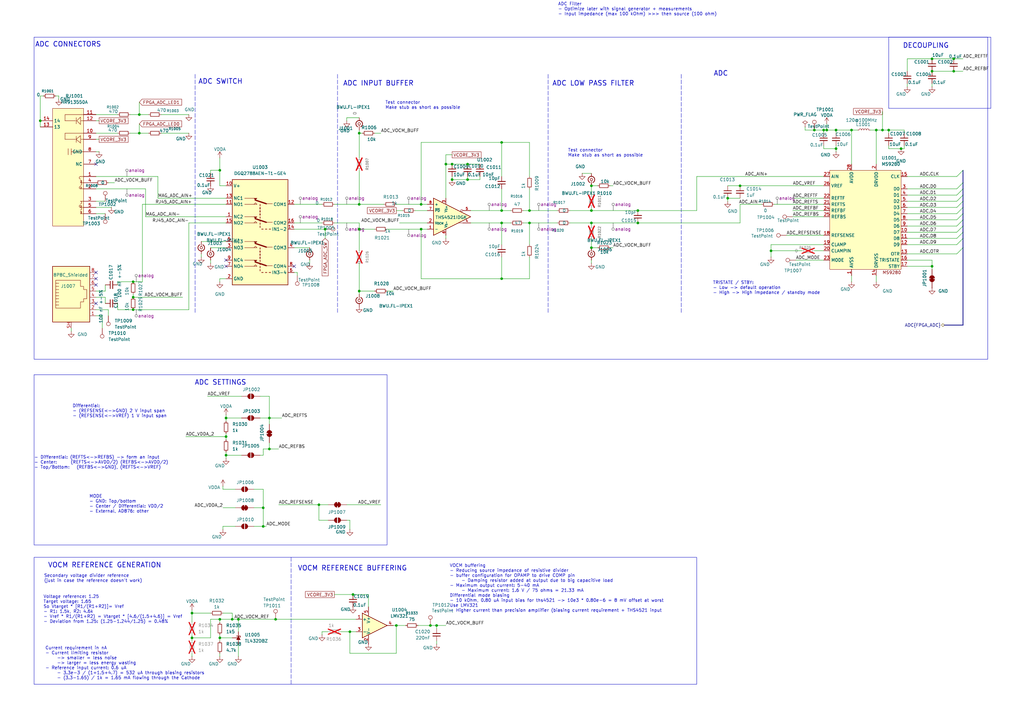
<source format=kicad_sch>
(kicad_sch (version 20250114) (generator "eeschema") (generator_version "9.0")
  (paper "A3")
  (bus_alias "FPGA_ADC" (members "D[0..9]" "OTR" "CLK"))
  (bus_alias "SIGCON1" (members "PWM[0..3]" "S10V_EN" "B40_EN" "T_SCL" "T_SDA"))
  (rectangle (start 13.97 153.67) (end 158.75 223.52))
  (rectangle (start 364.49 15.24) (end 406.4 44.45))
  (rectangle (start 13.97 15.24) (end 405.13 147.32))
  (rectangle (start 13.97 228.6) (end 285.75 280.67))
  (text "ADC INPUT BUFFER" (at 155.194 34.29 0) (effects (font (size 2 2) (thickness 0.254) (bold yes))))
  (text "ADC" (at 295.656 30.226 0) (effects (font (size 2 2) (thickness 0.254) (bold yes))))
  (text "Secondary voltage divider reference \n(just in case the reference doesn't work)" (at 18.034 237.236 0) (effects (font (size 1.27 1.27)) (justify left)))
  (text "VOCM REFERENCE GENERATION" (at 42.926 231.902 0) (effects (font (size 2 2) (thickness 0.254) (bold yes))))
  (text "Differential: \n- (REFSENSE<->GND) 2 V input span\n- (REFSENSE<->VREF) 1 V input span" (at 29.718 168.656 0) (effects (font (size 1.27 1.27) (thickness 0.1588)) (justify left)))
  (text "ADC LOW PASS FILTER" (at 243.332 34.29 0) (effects (font (size 2 2) (thickness 0.254) (bold yes))))
  (text "MODE\n- GND: Top/bottom\n- Center / Differential: VDD/2\n- External, AD876: other" (at 36.576 206.756 0) (effects (font (size 1.27 1.27) (thickness 0.1588)) (justify left)))
  (text "VOCM buffering\n- Reducing source impedance of resistive divider\n- buffer configuration for OPAMP to drive COMP pin\n	- Damping resistor added at output due to big capacitive load\n- Maximum output current: 5-40 mA\n	- Maximum current: 1.6 V / 75 ohms = 21.33 mA\nDifferential mode biasing\n- 10 kOhm, 0.80 uA input bias for ths4521 -> 10e3 * 0.80e-6 = 8 mV offset at worst\nUse LMV321\n- Higher current than precision amplifier (biasing current requirement + THS4521 input" (at 184.404 241.3 0) (effects (font (size 1.27 1.27)) (justify left)))
  (text "ADC CONNECTORS" (at 27.94 18.288 0) (effects (font (size 2 2) (thickness 0.254) (bold yes))))
  (text "Test connector\nMake stub as short as possible" (at 232.918 62.738 0) (effects (font (size 1.27 1.27)) (justify left)))
  (text "ADC SWITCH" (at 90.424 33.528 0) (effects (font (size 2 2) (thickness 0.254) (bold yes))))
  (text "Voltage reference: 1.25\nTarget voltage: 1.65\nSo Vtarget * [R1/(R1+R2)]= Vref\n- R1: 1.5k, R2: 4.6k\n- Vref * R1/(R1+R2) = Vtarget * [4.6/(1.5+4.6)] = Vref\n- Deviation from 1.25: (1.25-1.244/1.25) = 0.48%" (at 17.78 249.936 0) (effects (font (size 1.27 1.27)) (justify left)))
  (text "ADC Filter\n- Optimize later with signal generator + measurements\n- Input impedance (max 100 kOhm) >>> then source (100 ohm)" (at 228.854 3.81 0) (effects (font (size 1.27 1.27)) (justify left)))
  (text "TRISTATE / STBY:\n- Low -> default operation\n- High -> High impedance / standby mode" (at 292.354 118.11 0) (effects (font (size 1.27 1.27) (thickness 0.1588)) (justify left)))
  (text "VOCM REFERENCE BUFFERING" (at 144.526 233.172 0) (effects (font (size 2 2) (thickness 0.254) (bold yes))))
  (text "- Ethernet magnetics by default for decoupling\nLayout of transition between 2 ADC-inputs:\n- Use 0-ohm resistor to cross lower trace (instead of jumpers for signal integrity)\nLEDS:\n- Current through leds (3.3 - 2.2) / 2e3 = 0.55 mA (voltage drop 1.8-2.8 V)\n- Differential impedance: 100 ohms\n- Input capacitance: 100 nF, f_plateau = 1/[2*pi*C*(R_diff/2)] = 30 kHz\nPin 13, 14: shield / frame connection" (at -84.836 54.356 0) (effects (font (size 1.27 1.27)) (justify left)))
  (text "DECOUPLING" (at 379.73 18.796 0) (effects (font (size 2 2) (thickness 0.254) (bold yes))))
  (text "ADC SETTINGS" (at 90.424 156.972 0) (effects (font (size 2 2) (thickness 0.254) (bold yes))))
  (text "Current requirement in nA\n- Current limiting resistor \n	-> smaller = less noise\n	-> larger = less energy wasting\n- Reference input current: 0.6 uA\n	- 3.3e-3 / (1+1.5+4.7) = 532 uA through biasing resistors\n	- (3.3-1.65) / 1k = 1.65 mA flowing through the Cathode" (at 18.542 272.034 0) (effects (font (size 1.27 1.27)) (justify left)))
  (text "- Differential: (REFTS<->REFBS) -> form an input\n- Center: 	(REFTS<->AVDD/2) (REFBS<->AVDD/2) \n- Top/Bottom:   (REFBS<->GND), (REFTS<->VREF)" (at 13.97 189.738 0) (effects (font (size 1.27 1.27) (thickness 0.1588)) (justify left)))
  (text "Test connector\nMake stub as short as possible" (at 157.988 43.18 0) (effects (font (size 1.27 1.27)) (justify left)))
  (junction (at 342.9 53.34))
  (junction (at 143.51 259.08))
  (junction (at 185.42 67.31))
  (junction (at 107.95 215.9))
  (junction (at 205.74 86.36))
  (junction (at 242.57 91.44))
  (junction (at 191.77 73.66))
  (junction (at 16.51 49.53))
  (junction (at 78.74 251.46))
  (junction (at 316.23 102.87))
  (junction (at 185.42 73.66))
  (junction (at 176.53 256.54))
  (junction (at 172.72 93.98))
  (junction (at 113.03 254))
  (junction (at 205.74 114.3))
  (junction (at 92.71 186.69))
  (junction (at 130.81 207.01))
  (junction (at 382.27 109.22))
  (junction (at 90.17 69.85))
  (junction (at 97.79 254))
  (junction (at 364.49 53.34))
  (junction (at 337.82 53.34))
  (junction (at 110.49 184.15))
  (junction (at 133.35 93.98))
  (junction (at 298.45 81.28))
  (junction (at 54.61 127))
  (junction (at 342.9 60.96))
  (junction (at 205.74 58.42))
  (junction (at 147.32 93.98))
  (junction (at 144.78 243.84))
  (junction (at 78.74 261.62))
  (junction (at 179.07 256.54))
  (junction (at 205.74 91.44))
  (junction (at 57.15 54.61))
  (junction (at 339.09 53.34))
  (junction (at 90.17 254))
  (junction (at 57.15 46.99))
  (junction (at 162.56 256.54))
  (junction (at 54.61 115.57))
  (junction (at 217.17 86.36))
  (junction (at 182.88 67.31))
  (junction (at 261.62 91.44))
  (junction (at 303.53 76.2))
  (junction (at 147.32 83.82))
  (junction (at 349.25 53.34))
  (junction (at 191.77 67.31))
  (junction (at 261.62 86.36))
  (junction (at 147.32 54.61))
  (junction (at 110.49 171.45))
  (junction (at 382.27 24.13))
  (junction (at 92.71 171.45))
  (junction (at 95.25 254))
  (junction (at 391.16 24.13))
  (junction (at 334.01 53.34))
  (junction (at 242.57 86.36))
  (junction (at 147.32 119.38))
  (junction (at 242.57 76.2))
  (junction (at 242.57 101.6))
  (junction (at 391.16 29.21))
  (junction (at 382.27 29.21))
  (junction (at 90.17 261.62))
  (junction (at 217.17 91.44))
  (junction (at 92.71 179.07))
  (junction (at 369.57 60.96))
  (junction (at 107.95 208.28))
  (junction (at 359.41 53.34))
  (junction (at 361.95 53.34))
  (junction (at 54.61 121.92))
  (junction (at 172.72 83.82))
  (no_connect (at 120.65 109.22))
  (no_connect (at 39.37 124.46))
  (no_connect (at 39.37 114.3))
  (no_connect (at 92.71 106.68))
  (no_connect (at 39.37 116.84))
  (no_connect (at 92.71 109.22))
  (no_connect (at 39.37 67.31))
  (no_connect (at 39.37 111.76))
  (bus_entry (at 392.43 80.01) (size 2.54 -2.54))
  (bus_entry (at 392.43 104.14) (size 2.54 -2.54))
  (bus_entry (at 392.43 77.47) (size 2.54 -2.54))
  (bus_entry (at 392.43 85.09) (size 2.54 -2.54))
  (bus_entry (at 392.43 90.17) (size 2.54 -2.54))
  (bus_entry (at 392.43 92.71) (size 2.54 -2.54))
  (bus_entry (at 392.43 100.33) (size 2.54 -2.54))
  (bus_entry (at 392.43 95.25) (size 2.54 -2.54))
  (bus_entry (at 392.43 82.55) (size 2.54 -2.54))
  (bus_entry (at 392.43 97.79) (size 2.54 -2.54))
  (bus_entry (at 392.43 87.63) (size 2.54 -2.54))
  (bus_entry (at 392.43 72.39) (size 2.54 -2.54))
  (wire (pts (xy 16.51 39.37) (xy 16.51 49.53)))
  (wire (pts (xy 372.11 109.22) (xy 382.27 109.22)))
  (wire (pts (xy 364.49 53.34) (xy 370.84 53.34)))
  (wire (pts (xy 196.85 72.39) (xy 196.85 73.66)))
  (wire (pts (xy 162.56 86.36) (xy 165.1 86.36)))
  (wire (pts (xy 185.42 73.66) (xy 191.77 73.66)))
  (wire (pts (xy 77.47 91.44) (xy 77.47 127)))
  (wire (pts (xy 182.88 67.31) (xy 182.88 81.28)))
  (wire (pts (xy 349.25 53.34) (xy 349.25 67.31)))
  (wire (pts (xy 133.35 93.98) (xy 120.65 93.98)))
  (wire (pts (xy 97.79 254) (xy 97.79 259.08)))
  (wire (pts (xy 359.41 53.34) (xy 359.41 67.31)))
  (wire (pts (xy 205.74 58.42) (xy 217.17 58.42)))
  (wire (pts (xy 162.56 267.97) (xy 143.51 267.97)))
  (wire (pts (xy 43.18 121.92) (xy 43.18 124.46)))
  (wire (pts (xy 48.26 115.57) (xy 48.26 116.84)))
  (wire (pts (xy 298.45 81.28) (xy 303.53 81.28)))
  (wire (pts (xy 121.92 111.76) (xy 121.92 113.03)))
  (wire (pts (xy 238.76 71.12) (xy 242.57 71.12)))
  (wire (pts (xy 86.36 69.85) (xy 90.17 69.85)))
  (wire (pts (xy 372.11 85.09) (xy 392.43 85.09)))
  (wire (pts (xy 242.57 86.36) (xy 261.62 86.36)))
  (wire (pts (xy 130.81 207.01) (xy 134.62 207.01)))
  (wire (pts (xy 185.42 73.66) (xy 185.42 72.39)))
  (wire (pts (xy 322.58 96.52) (xy 337.82 96.52)))
  (wire (pts (xy 82.55 104.14) (xy 82.55 105.41)))
  (wire (pts (xy 107.95 200.66) (xy 107.95 208.28)))
  (wire (pts (xy 382.27 34.29) (xy 382.27 35.56)))
  (wire (pts (xy 143.51 259.08) (xy 143.51 267.97)))
  (wire (pts (xy 90.17 261.62) (xy 90.17 262.89)))
  (wire (pts (xy 114.3 184.15) (xy 110.49 184.15)))
  (wire (pts (xy 245.11 101.6) (xy 242.57 101.6)))
  (wire (pts (xy 163.83 91.44) (xy 175.26 91.44)))
  (polyline (pts (xy 138.43 30.48) (xy 138.43 128.27)) (stroke (width 0) (type dash)))
  (wire (pts (xy 182.88 67.31) (xy 185.42 67.31)))
  (wire (pts (xy 147.32 69.85) (xy 147.32 83.82)))
  (wire (pts (xy 151.13 243.84) (xy 151.13 248.92)))
  (wire (pts (xy 182.88 256.54) (xy 179.07 256.54)))
  (wire (pts (xy 92.71 179.07) (xy 92.71 180.34)))
  (wire (pts (xy 109.22 215.9) (xy 107.95 215.9)))
  (wire (pts (xy 92.71 177.8) (xy 92.71 179.07)))
  (wire (pts (xy 325.12 81.28) (xy 337.82 81.28)))
  (wire (pts (xy 78.74 267.97) (xy 78.74 269.24)))
  (wire (pts (xy 66.04 54.61) (xy 77.47 54.61)))
  (wire (pts (xy 330.2 53.34) (xy 330.2 52.07)))
  (wire (pts (xy 370.84 59.69) (xy 370.84 60.96)))
  (wire (pts (xy 172.72 93.98) (xy 172.72 114.3)))
  (wire (pts (xy 82.55 99.06) (xy 92.71 99.06)))
  (wire (pts (xy 191.77 67.31) (xy 196.85 67.31)))
  (wire (pts (xy 107.95 215.9) (xy 104.14 215.9)))
  (wire (pts (xy 106.68 171.45) (xy 110.49 171.45)))
  (wire (pts (xy 148.59 54.61) (xy 147.32 54.61)))
  (wire (pts (xy 85.09 162.56) (xy 99.06 162.56)))
  (wire (pts (xy 95.25 254) (xy 97.79 254)))
  (wire (pts (xy 217.17 105.41) (xy 217.17 114.3)))
  (wire (pts (xy 59.69 88.9) (xy 92.71 88.9)))
  (wire (pts (xy 166.37 256.54) (xy 162.56 256.54)))
  (wire (pts (xy 285.75 72.39) (xy 337.82 72.39)))
  (wire (pts (xy 317.5 83.82) (xy 337.82 83.82)))
  (wire (pts (xy 78.74 261.62) (xy 86.36 261.62)))
  (polyline (pts (xy 224.79 30.48) (xy 224.79 128.27)) (stroke (width 0) (type dash)))
  (polyline (pts (xy 279.4 30.48) (xy 279.4 128.27)) (stroke (width 0) (type dash)))
  (wire (pts (xy 372.11 77.47) (xy 392.43 77.47)))
  (wire (pts (xy 43.18 119.38) (xy 43.18 116.84)))
  (wire (pts (xy 147.32 91.44) (xy 147.32 93.98)))
  (wire (pts (xy 349.25 53.34) (xy 351.79 53.34)))
  (wire (pts (xy 364.49 53.34) (xy 364.49 54.61)))
  (wire (pts (xy 245.11 76.2) (xy 242.57 76.2)))
  (wire (pts (xy 53.34 54.61) (xy 57.15 54.61)))
  (wire (pts (xy 43.18 87.63) (xy 39.37 87.63)))
  (wire (pts (xy 191.77 73.66) (xy 191.77 72.39)))
  (wire (pts (xy 29.21 134.62) (xy 29.21 135.89)))
  (wire (pts (xy 372.11 24.13) (xy 382.27 24.13)))
  (wire (pts (xy 147.32 83.82) (xy 157.48 83.82)))
  (wire (pts (xy 48.26 46.99) (xy 39.37 46.99)))
  (wire (pts (xy 316.23 100.33) (xy 337.82 100.33)))
  (wire (pts (xy 326.39 106.68) (xy 337.82 106.68)))
  (wire (pts (xy 91.44 215.9) (xy 91.44 217.17)))
  (wire (pts (xy 48.26 127) (xy 48.26 124.46)))
  (wire (pts (xy 359.41 113.03) (xy 359.41 115.57)))
  (wire (pts (xy 382.27 106.68) (xy 382.27 109.22)))
  (wire (pts (xy 92.71 170.18) (xy 92.71 171.45)))
  (wire (pts (xy 86.36 101.6) (xy 92.71 101.6)))
  (wire (pts (xy 120.65 111.76) (xy 121.92 111.76)))
  (wire (pts (xy 337.82 53.34) (xy 337.82 54.61)))
  (wire (pts (xy 205.74 58.42) (xy 205.74 72.39)))
  (wire (pts (xy 78.74 251.46) (xy 78.74 255.27)))
  (wire (pts (xy 372.11 97.79) (xy 392.43 97.79)))
  (wire (pts (xy 147.32 102.87) (xy 147.32 93.98)))
  (wire (pts (xy 133.35 97.79) (xy 133.35 93.98)))
  (wire (pts (xy 90.17 69.85) (xy 90.17 76.2)))
  (wire (pts (xy 54.61 127) (xy 77.47 127)))
  (wire (pts (xy 285.75 86.36) (xy 285.75 72.39)))
  (wire (pts (xy 120.65 83.82) (xy 132.08 83.82)))
  (wire (pts (xy 92.71 186.69) (xy 92.71 187.96)))
  (wire (pts (xy 92.71 185.42) (xy 92.71 186.69)))
  (wire (pts (xy 134.62 213.36) (xy 130.81 213.36)))
  (wire (pts (xy 303.53 83.82) (xy 303.53 91.44)))
  (wire (pts (xy 24.13 39.37) (xy 24.13 40.64)))
  (wire (pts (xy 391.16 29.21) (xy 394.97 29.21)))
  (wire (pts (xy 90.17 260.35) (xy 90.17 261.62)))
  (wire (pts (xy 242.57 97.79) (xy 242.57 101.6)))
  (wire (pts (xy 142.24 49.53) (xy 142.24 48.26)))
  (polyline (pts (xy 119.38 228.6) (xy 119.38 280.67)) (stroke (width 0) (type dash)))
  (wire (pts (xy 57.15 46.99) (xy 60.96 46.99)))
  (wire (pts (xy 182.88 63.5) (xy 182.88 67.31)))
  (wire (pts (xy 372.11 72.39) (xy 392.43 72.39)))
  (bus (pts (xy 394.97 87.63) (xy 394.97 85.09)))
  (wire (pts (xy 54.61 120.65) (xy 54.61 121.92)))
  (wire (pts (xy 91.44 215.9) (xy 96.52 215.9)))
  (wire (pts (xy 151.13 243.84) (xy 144.78 243.84)))
  (wire (pts (xy 205.74 86.36) (xy 209.55 86.36)))
  (wire (pts (xy 110.49 171.45) (xy 115.57 171.45)))
  (wire (pts (xy 242.57 106.68) (xy 242.57 107.95)))
  (wire (pts (xy 153.67 54.61) (xy 156.21 54.61)))
  (wire (pts (xy 39.37 85.09) (xy 45.72 85.09)))
  (wire (pts (xy 179.07 264.16) (xy 179.07 262.89)))
  (wire (pts (xy 158.75 119.38) (xy 161.29 119.38)))
  (wire (pts (xy 59.69 77.47) (xy 39.37 77.47)))
  (wire (pts (xy 185.42 63.5) (xy 182.88 63.5)))
  (wire (pts (xy 179.07 256.54) (xy 176.53 256.54)))
  (wire (pts (xy 46.99 74.93) (xy 44.45 74.93)))
  (wire (pts (xy 39.37 121.92) (xy 43.18 121.92)))
  (wire (pts (xy 39.37 119.38) (xy 43.18 119.38)))
  (wire (pts (xy 172.72 93.98) (xy 175.26 93.98)))
  (bus (pts (xy 394.97 85.09) (xy 394.97 82.55)))
  (wire (pts (xy 78.74 260.35) (xy 78.74 261.62)))
  (wire (pts (xy 193.04 91.44) (xy 205.74 91.44)))
  (wire (pts (xy 172.72 83.82) (xy 172.72 58.42)))
  (wire (pts (xy 64.77 81.28) (xy 92.71 81.28)))
  (wire (pts (xy 382.27 29.21) (xy 391.16 29.21)))
  (wire (pts (xy 372.11 90.17) (xy 392.43 90.17)))
  (wire (pts (xy 137.16 83.82) (xy 147.32 83.82)))
  (wire (pts (xy 59.69 88.9) (xy 59.69 77.47)))
  (wire (pts (xy 298.45 81.28) (xy 298.45 82.55)))
  (wire (pts (xy 372.11 104.14) (xy 392.43 104.14)))
  (wire (pts (xy 217.17 77.47) (xy 217.17 86.36)))
  (wire (pts (xy 359.41 53.34) (xy 361.95 53.34)))
  (wire (pts (xy 58.42 83.82) (xy 58.42 115.57)))
  (wire (pts (xy 298.45 76.2) (xy 303.53 76.2)))
  (wire (pts (xy 316.23 102.87) (xy 316.23 105.41)))
  (wire (pts (xy 205.74 91.44) (xy 205.74 100.33)))
  (wire (pts (xy 107.95 208.28) (xy 104.14 208.28)))
  (wire (pts (xy 205.74 114.3) (xy 217.17 114.3)))
  (wire (pts (xy 43.18 82.55) (xy 39.37 82.55)))
  (wire (pts (xy 137.16 243.84) (xy 144.78 243.84)))
  (wire (pts (xy 22.86 39.37) (xy 24.13 39.37)))
  (bus (pts (xy 394.97 101.6) (xy 394.97 97.79)))
  (wire (pts (xy 120.65 101.6) (xy 127 101.6)))
  (wire (pts (xy 339.09 53.34) (xy 339.09 50.8)))
  (wire (pts (xy 53.34 46.99) (xy 57.15 46.99)))
  (wire (pts (xy 372.11 24.13) (xy 372.11 29.21)))
  (wire (pts (xy 90.17 115.57) (xy 90.17 114.3)))
  (wire (pts (xy 16.51 39.37) (xy 17.78 39.37)))
  (wire (pts (xy 325.12 86.36) (xy 337.82 86.36)))
  (wire (pts (xy 172.72 83.82) (xy 175.26 83.82)))
  (wire (pts (xy 342.9 60.96) (xy 342.9 62.23)))
  (wire (pts (xy 147.32 119.38) (xy 153.67 119.38)))
  (wire (pts (xy 120.65 91.44) (xy 132.08 91.44)))
  (wire (pts (xy 54.61 115.57) (xy 58.42 115.57)))
  (wire (pts (xy 132.08 260.35) (xy 132.08 259.08)))
  (wire (pts (xy 110.49 162.56) (xy 110.49 171.45)))
  (wire (pts (xy 44.45 129.54) (xy 44.45 127)))
  (wire (pts (xy 342.9 53.34) (xy 342.9 54.61)))
  (wire (pts (xy 233.68 86.36) (xy 242.57 86.36)))
  (wire (pts (xy 60.96 54.61) (xy 57.15 54.61)))
  (wire (pts (xy 91.44 200.66) (xy 96.52 200.66)))
  (wire (pts (xy 147.32 53.34) (xy 147.32 54.61)))
  (wire (pts (xy 185.42 67.31) (xy 191.77 67.31)))
  (wire (pts (xy 342.9 53.34) (xy 349.25 53.34)))
  (wire (pts (xy 107.95 200.66) (xy 104.14 200.66)))
  (wire (pts (xy 86.36 261.62) (xy 86.36 254)))
  (wire (pts (xy 205.74 91.44) (xy 209.55 91.44)))
  (wire (pts (xy 214.63 86.36) (xy 217.17 86.36)))
  (wire (pts (xy 54.61 121.92) (xy 74.93 121.92)))
  (wire (pts (xy 361.95 53.34) (xy 364.49 53.34)))
  (wire (pts (xy 303.53 76.2) (xy 337.82 76.2)))
  (wire (pts (xy 39.37 72.39) (xy 64.77 72.39)))
  (wire (pts (xy 147.32 120.65) (xy 147.32 119.38)))
  (wire (pts (xy 339.09 53.34) (xy 337.82 53.34)))
  (wire (pts (xy 339.09 53.34) (xy 342.9 53.34)))
  (wire (pts (xy 233.68 91.44) (xy 242.57 91.44)))
  (wire (pts (xy 170.18 86.36) (xy 175.26 86.36)))
  (wire (pts (xy 261.62 91.44) (xy 303.53 91.44)))
  (wire (pts (xy 113.03 254) (xy 146.05 254)))
  (wire (pts (xy 394.97 24.13) (xy 391.16 24.13)))
  (wire (pts (xy 76.2 179.07) (xy 92.71 179.07)))
  (wire (pts (xy 97.79 254) (xy 113.03 254)))
  (wire (pts (xy 330.2 53.34) (xy 334.01 53.34)))
  (wire (pts (xy 147.32 93.98) (xy 153.67 93.98)))
  (wire (pts (xy 217.17 58.42) (xy 217.17 72.39)))
  (wire (pts (xy 143.51 213.36) (xy 143.51 217.17)))
  (wire (pts (xy 77.47 91.44) (xy 92.71 91.44)))
  (wire (pts (xy 91.44 251.46) (xy 95.25 251.46)))
  (wire (pts (xy 91.44 199.39) (xy 91.44 200.66)))
  (wire (pts (xy 242.57 92.71) (xy 242.57 91.44)))
  (wire (pts (xy 142.24 213.36) (xy 143.51 213.36)))
  (wire (pts (xy 158.75 93.98) (xy 172.72 93.98)))
  (wire (pts (xy 334.01 53.34) (xy 337.82 53.34)))
  (wire (pts (xy 41.91 129.54) (xy 39.37 129.54)))
  (wire (pts (xy 107.95 184.15) (xy 110.49 184.15)))
  (wire (pts (xy 40.64 62.23) (xy 39.37 62.23)))
  (wire (pts (xy 92.71 171.45) (xy 99.06 171.45)))
  (wire (pts (xy 217.17 91.44) (xy 228.6 91.44)))
  (wire (pts (xy 64.77 72.39) (xy 64.77 81.28)))
  (wire (pts (xy 130.81 207.01) (xy 130.81 213.36)))
  (bus (pts (xy 387.35 133.35) (xy 394.97 133.35)))
  (wire (pts (xy 372.11 100.33) (xy 392.43 100.33)))
  (wire (pts (xy 369.57 60.96) (xy 364.49 60.96)))
  (wire (pts (xy 179.07 257.81) (xy 179.07 256.54)))
  (wire (pts (xy 130.81 207.01) (xy 114.3 207.01)))
  (wire (pts (xy 147.32 91.44) (xy 137.16 91.44)))
  (wire (pts (xy 92.71 171.45) (xy 92.71 172.72)))
  (wire (pts (xy 86.36 71.12) (xy 86.36 69.85)))
  (wire (pts (xy 90.17 254) (xy 95.25 254)))
  (wire (pts (xy 242.57 91.44) (xy 261.62 91.44)))
  (wire (pts (xy 382.27 24.13) (xy 391.16 24.13)))
  (bus (pts (xy 394.97 90.17) (xy 394.97 87.63)))
  (wire (pts (xy 41.91 129.54) (xy 41.91 134.62)))
  (wire (pts (xy 142.24 48.26) (xy 147.32 48.26)))
  (wire (pts (xy 97.79 269.24) (xy 97.79 264.16)))
  (wire (pts (xy 39.37 57.15) (xy 40.64 57.15)))
  (wire (pts (xy 48.26 115.57) (xy 54.61 115.57)))
  (wire (pts (xy 90.17 76.2) (xy 92.71 76.2)))
  (wire (pts (xy 370.84 60.96) (xy 369.57 60.96)))
  (wire (pts (xy 16.51 49.53) (xy 16.51 52.07)))
  (wire (pts (xy 325.12 88.9) (xy 337.82 88.9)))
  (wire (pts (xy 337.82 60.96) (xy 337.82 59.69)))
  (wire (pts (xy 90.17 267.97) (xy 90.17 269.24)))
  (wire (pts (xy 370.84 53.34) (xy 370.84 54.61)))
  (wire (pts (xy 147.32 107.95) (xy 147.32 119.38)))
  (wire (pts (xy 316.23 100.33) (xy 316.23 102.87)))
  (wire (pts (xy 251.46 76.2) (xy 250.19 76.2)))
  (wire (pts (xy 162.56 256.54) (xy 161.29 256.54)))
  (wire (pts (xy 39.37 49.53) (xy 40.64 49.53)))
  (wire (pts (xy 92.71 186.69) (xy 99.06 186.69)))
  (wire (pts (xy 107.95 184.15) (xy 107.95 186.69)))
  (wire (pts (xy 361.95 45.72) (xy 361.95 53.34)))
  (wire (pts (xy 193.04 86.36) (xy 205.74 86.36)))
  (wire (pts (xy 57.15 50.8) (xy 57.15 54.61)))
  (wire (pts (xy 127 106.68) (xy 127 107.95)))
  (wire (pts (xy 196.85 73.66) (xy 191.77 73.66)))
  (wire (pts (xy 162.56 83.82) (xy 172.72 83.82)))
  (wire (pts (xy 110.49 181.61) (xy 110.49 184.15)))
  (wire (pts (xy 337.82 60.96) (xy 342.9 60.96)))
  (wire (pts (xy 139.7 259.08) (xy 143.51 259.08)))
  (wire (pts (xy 364.49 59.69) (xy 364.49 60.96)))
  (bus (pts (xy 394.97 77.47) (xy 394.97 74.93)))
  (wire (pts (xy 172.72 58.42) (xy 205.74 58.42)))
  (wire (pts (xy 342.9 59.69) (xy 342.9 60.96)))
  (wire (pts (xy 78.74 251.46) (xy 86.36 251.46)))
  (wire (pts (xy 143.51 259.08) (xy 146.05 259.08)))
  (wire (pts (xy 251.46 101.6) (xy 250.19 101.6)))
  (wire (pts (xy 90.17 64.77) (xy 90.17 69.85)))
  (wire (pts (xy 90.17 261.62) (xy 95.25 261.62)))
  (wire (pts (xy 242.57 85.09) (xy 242.57 86.36)))
  (wire (pts (xy 78.74 250.19) (xy 78.74 251.46)))
  (wire (pts (xy 372.11 82.55) (xy 392.43 82.55)))
  (wire (pts (xy 182.88 96.52) (xy 182.88 97.79)))
  (wire (pts (xy 86.36 254) (xy 90.17 254)))
  (wire (pts (xy 162.56 267.97) (xy 162.56 256.54)))
  (wire (pts (xy 90.17 114.3) (xy 92.71 114.3)))
  (wire (pts (xy 86.36 106.68) (xy 86.36 107.95)))
  (wire (pts (xy 205.74 114.3) (xy 172.72 114.3)))
  (bus (pts (xy 394.97 97.79) (xy 394.97 95.25)))
  (wire (pts (xy 205.74 77.47) (xy 205.74 86.36)))
  (wire (pts (xy 78.74 261.62) (xy 78.74 262.89)))
  (wire (pts (xy 217.17 91.44) (xy 217.17 100.33)))
  (wire (pts (xy 107.95 208.28) (xy 107.95 215.9)))
  (wire (pts (xy 90.17 255.27) (xy 90.17 254)))
  (wire (pts (xy 242.57 80.01) (xy 242.57 76.2)))
  (wire (pts (xy 106.68 162.56) (xy 110.49 162.56)))
  (wire (pts (xy 57.15 41.91) (xy 57.15 46.99)))
  (wire (pts (xy 372.11 95.25) (xy 392.43 95.25)))
  (wire (pts (xy 349.25 113.03) (xy 349.25 115.57)))
  (wire (pts (xy 107.95 186.69) (xy 106.68 186.69)))
  (wire (pts (xy 132.08 259.08) (xy 134.62 259.08)))
  (wire (pts (xy 372.11 80.01) (xy 392.43 80.01)))
  (bus (pts (xy 394.97 80.01) (xy 394.97 77.47)))
  (wire (pts (xy 176.53 256.54) (xy 171.45 256.54)))
  (bus (pts (xy 394.97 82.55) (xy 394.97 80.01)))
  (wire (pts (xy 110.49 171.45) (xy 110.49 173.99)))
  (wire (pts (xy 48.26 127) (xy 54.61 127)))
  (wire (pts (xy 356.87 53.34) (xy 359.41 53.34)))
  (wire (pts (xy 48.26 54.61) (xy 39.37 54.61)))
  (wire (pts (xy 205.74 105.41) (xy 205.74 114.3)))
  (wire (pts (xy 66.04 46.99) (xy 77.47 46.99)))
  (wire (pts (xy 372.11 34.29) (xy 372.11 35.56)))
  (polyline (pts (xy 80.01 30.48) (xy 80.01 128.27)) (stroke (width 0) (type dash)))
  (wire (pts (xy 382.27 109.22) (xy 382.27 110.49)))
  (wire (pts (xy 217.17 86.36) (xy 228.6 86.36)))
  (wire (pts (xy 328.93 102.87) (xy 316.23 102.87)))
  (wire (pts (xy 261.62 86.36) (xy 285.75 86.36)))
  (wire (pts (xy 372.11 106.68) (xy 382.27 106.68)))
  (wire (pts (xy 334.01 102.87) (xy 337.82 102.87)))
  (wire (pts (xy 214.63 91.44) (xy 217.17 91.44)))
  (bus (pts (xy 394.97 74.93) (xy 394.97 69.85)))
  (wire (pts (xy 372.11 87.63) (xy 392.43 87.63)))
  (bus (pts (xy 394.97 95.25) (xy 394.97 92.71)))
  (bus (pts (xy 394.97 92.71) (xy 394.97 90.17)))
  (wire (pts (xy 303.53 83.82) (xy 312.42 83.82)))
  (wire (pts (xy 44.45 127) (xy 39.37 127)))
  (wire (pts (xy 95.25 251.46) (xy 95.25 254)))
  (wire (pts (xy 91.44 208.28) (xy 96.52 208.28)))
  (wire (pts (xy 58.42 83.82) (xy 92.71 83.82)))
  (wire (pts (xy 147.32 54.61) (xy 147.32 64.77)))
  (wire (pts (xy 156.21 207.01) (xy 142.24 207.01)))
  (wire (pts (xy 372.11 92.71) (xy 392.43 92.71)))
  (bus (pts (xy 394.97 133.35) (xy 394.97 101.6)))
  (label "ADC_MODE" (at 109.22 215.9 0))
  (label "ADC_VREF" (at 156.21 207.01 180))
  (label "ADC_AIN-" (at 312.42 83.82 180))
  (label "ADC_VOCM_BUFF" (at 163.83 91.44 180))
  (label "ADC_REFTF" (at 325.12 81.28 0))
  (label "ADC_REFBS" (at 325.12 88.9 0))
  (label "RJ45_ADC_AIN+" (at 78.74 83.82 180))
  (label "ADC_REFTF" (at 394.97 24.13 0))
  (label "ADC_VDDA_2" (at 76.2 179.07 0))
  (label "ADC_VOCM_BUFF" (at 251.46 76.2 0))
  (label "ADC_REFBF" (at 394.97 29.21 0))
  (label "ADC_VOCM_BUFF" (at 182.88 256.54 0))
  (label "ADC.D7" (at 377.19 95.25 0))
  (label "ADC_VOCM_BUFF" (at 46.99 74.93 0))
  (label "MAG_ADC_AIN+" (at 64.77 81.28 0))
  (label "ADC_REFSENSE" (at 322.58 96.52 0))
  (label "ADC_VOCM_BUFF" (at 251.46 101.6 0))
  (label "ADC_VOCM_REF" (at 110.49 254 180))
  (label "ADC.CLK" (at 377.19 72.39 0))
  (label "MAG_ADC_AIN-" (at 59.69 88.9 0))
  (label "ADC.D9" (at 377.19 100.33 0))
  (label "ADC_REFTS" (at 115.57 171.45 0))
  (label "ADC_MODE" (at 326.39 106.68 0))
  (label "ADC_REFBF" (at 325.12 86.36 0))
  (label "ADC.D8" (at 377.19 97.79 0))
  (label "ADC.OTR" (at 377.19 104.14 0))
  (label "ADC_REFTS" (at 325.12 83.82 0))
  (label "ADC.D5" (at 377.19 90.17 0))
  (label "ADC_AIN+" (at 314.96 72.39 180))
  (label "ADC.D0" (at 377.19 77.47 0))
  (label "ADC_VOCM_BUFF" (at 74.93 121.92 180))
  (label "ADC.D6" (at 377.19 92.71 0))
  (label "ADC_VREF" (at 85.09 162.56 0))
  (label "RJ45_ADC_AIN-" (at 77.47 91.44 180))
  (label "ADC_VOCM_BUFF" (at 156.21 54.61 0))
  (label "ADC.D3" (at 377.19 85.09 0))
  (label "ADC.D4" (at 377.19 87.63 0))
  (label "ADC.D2" (at 377.19 82.55 0))
  (label "ADC_VOCM_BUFF" (at 161.29 119.38 0))
  (label "ADC_VDDA_2" (at 91.44 208.28 180))
  (label "ADC_REFSENSE" (at 114.3 207.01 0))
  (label "ADC_REFBS" (at 114.3 184.15 0))
  (label "ADC_VREF" (at 325.12 76.2 0))
  (label "ADC.D1" (at 377.19 80.01 0))
  (global_label "VCORE_3V3" (shape passive) (at 40.64 57.15 0) (property "Intersheetrefs" "${INTERSHEET_REFS}" (effects (hide yes))))
  (global_label "FPGA_ADC_LED1" (shape input) (at 57.15 41.91 0) (property "Intersheetrefs" "${INTERSHEET_REFS}" (effects (hide yes))))
  (global_label "VCORE_3V3" (shape passive) (at 361.95 45.72 180) (property "Intersheetrefs" "${INTERSHEET_REFS}" (effects (hide yes))))
  (global_label "VCORE_3V3" (shape passive) (at 40.64 49.53 0) (property "Intersheetrefs" "${INTERSHEET_REFS}" (effects (hide yes))))
  (global_label "VCORE_3V3" (shape passive) (at 185.42 63.5 0) (property "Intersheetrefs" "${INTERSHEET_REFS}" (effects (hide yes))))
  (global_label "FPGA_ADC_SW" (shape input) (at 133.35 97.79 270) (property "Intersheetrefs" "${INTERSHEET_REFS}" (effects (hide yes))))
  (global_label "VCORE_3V3" (shape passive) (at 137.16 243.84 180) (property "Intersheetrefs" "${INTERSHEET_REFS}" (effects (hide yes))))
  (global_label "FPGA_ADC_LED0" (shape input) (at 57.15 50.8 0) (property "Intersheetrefs" "${INTERSHEET_REFS}" (effects (hide yes))))
  (global_label "VCORE_3V3" (shape passive) (at 162.56 86.36 180) (property "Intersheetrefs" "${INTERSHEET_REFS}" (effects (hide yes))))
  (hierarchical_label "ADC{FPGA_ADC}" (shape bidirectional) (at 387.35 133.35 180))
  (netclass_flag "" (length 2.54) (shape round) (at 55.88 115.57 0) (property "Netclass" "analog" (at 56.5785 113.03 0) (effects (justify left))))
  (netclass_flag "" (length 2.54) (shape round) (at 142.24 91.44 180) (property "Netclass" "analog" (at 142.9385 93.98 0) (effects (justify left))))
  (netclass_flag "" (length 2.54) (shape round) (at 167.64 93.98 180) (property "Netclass" "analog" (at 168.3385 96.52 0) (effects (justify left))))
  (netclass_flag "" (length 2.54) (shape round) (at 52.07 72.39 0) (property "Netclass" "analog" (at 52.7685 69.85 0) (effects (justify left))))
  (netclass_flag "" (length 2.54) (shape round) (at 123.19 91.44 0) (property "Netclass" "analog" (at 123.8885 88.9 0) (effects (justify left))))
  (netclass_flag "" (length 2.54) (shape round) (at 123.19 83.82 0) (property "Netclass" "analog" (at 123.8885 81.28 0) (effects (justify left))))
  (netclass_flag "" (length 2.54) (shape round) (at 200.66 86.36 0) (property "Netclass" "analog" (at 201.3585 83.82 0) (effects (justify left))))
  (netclass_flag "" (length 2.54) (shape round) (at 251.5034 86.36 0) (property "Netclass" "analog" (at 252.2019 83.82 0) (effects (justify left))))
  (netclass_flag "" (length 2.54) (shape round) (at 251.46 91.44 180) (property "Netclass" "analog" (at 252.1585 93.98 0) (effects (justify left))))
  (netclass_flag "" (length 2.54) (shape round) (at 220.98 86.36 0) (property "Netclass" "analog" (at 221.6785 83.82 0) (effects (justify left))))
  (netclass_flag "" (length 2.54) (shape round) (at 318.77 83.82 0) (property "Netclass" "analog" (at 319.4685 81.28 0) (effects (justify left))))
  (netclass_flag "" (length 2.54) (shape round) (at 167.64 83.82 0) (property "Netclass" "analog" (at 168.3385 81.28 0) (effects (justify left))))
  (netclass_flag "" (length 2.54) (shape round) (at 220.98 91.44 180) (property "Netclass" "analog" (at 221.6785 93.98 0) (effects (justify left))))
  (netclass_flag "" (length 2.54) (shape round) (at 55.88 127 180) (property "Netclass" "analog" (at 56.5785 129.54 0) (effects (justify left))))
  (netclass_flag "" (length 2.54) (shape round) (at 52.07 77.47 180) (property "Netclass" "analog" (at 52.7685 80.01 0) (effects (justify left))))
  (netclass_flag "" (length 2.54) (shape round) (at 200.66 91.44 180) (property "Netclass" "analog" (at 201.3585 93.98 0) (effects (justify left))))
  (netclass_flag "" (length 2.54) (shape round) (at 142.24 83.82 0) (property "Netclass" "analog" (at 142.9385 81.28 0) (effects (justify left))))
  (symbol (lib_id "Reference_Voltage:TL432DBZ") (at 97.79 261.62 90) (unit 1)
    (property "Reference" "U1005" (at 100.33 260.3499 90) (effects (justify right)))
    (property "Value" "TL432DBZ" (at 100.33 262.8899 90) (effects (justify right)))
    (property "Footprint" "Package_TO_SOT_SMD:SOT-23" (effects (hide yes)))
    (property "Datasheet" "https://jlcpcb.com/api/file/downloadByFileSystemAccessId/8590442351560208384" (effects (hide yes)))
    (property "Description" "Shunt Regulator, SOT-23" (effects (hide yes)))
    (property "LPN" "C5184435" (effects (hide yes)))
    (property "MPN" "TL432" (effects (hide yes)))
  )
  (symbol (lib_id "power:GND") (at 90.17 269.24 0) (unit 1)
    (property "Reference" "#PWR01039" (effects (hide yes)))
    (property "Value" "GND" (at 87.63 272.288 0))
    (property "Description" "Power symbol creates a global label with name \"GND\" , ground" (effects (hide yes)))
  )
  (symbol (lib_id "power:GND") (at 147.32 125.73 0) (mirror y) (unit 1)
    (property "Reference" "#PWR01026" (effects (hide yes)))
    (property "Value" "GND" (at 150.876 127.254 0))
    (property "Description" "Power symbol creates a global label with name \"GND\" , ground" (effects (hide yes)))
  )
  (symbol (lib_id "power:GND") (at 77.47 46.99 0) (unit 1)
    (property "Reference" "#PWR01004" (effects (hide yes)))
    (property "Value" "GND" (at 77.724 44.958 0))
    (property "Description" "Power symbol creates a global label with name \"GND\" , ground" (effects (hide yes)))
  )
  (symbol (lib_id "power:GND") (at 349.25 115.57 0) (unit 1)
    (property "Reference" "#PWR01023" (effects (hide yes)))
    (property "Value" "GND" (at 346.71 118.618 0))
    (property "Description" "Power symbol creates a global label with name \"GND\" , ground" (effects (hide yes)))
  )
  (symbol (lib_id "Device:C_Small") (at 382.27 26.67 0) (unit 1)
    (property "Reference" "C1001" (at 374.904 25.4 0) (effects (justify left)))
    (property "Value" "10uF" (at 382.27 22.606 0) (effects (justify left)))
    (property "Footprint" "Capacitor_SMD:C_0603_1608Metric" (effects (hide yes)))
    (property "Datasheet" "https://jlcpcb.com/api/file/downloadByFileSystemAccessId/8579707107920437248" (effects (hide yes)))
    (property "Description" "Unpolarized capacitor, small symbol" (effects (hide yes)))
    (property "LPN" "C19702" (effects (hide yes)))
    (property "MPN" "CL10A106KP8NNNC" (effects (hide yes)))
  )
  (symbol (lib_id "power:GND") (at 90.17 115.57 0) (unit 1)
    (property "Reference" "#PWR01022" (effects (hide yes)))
    (property "Value" "GND" (at 90.17 120.65 0))
    (property "Description" "Power symbol creates a global label with name \"GND\" , ground" (effects (hide yes)))
  )
  (symbol (lib_id "Device:R_Small") (at 247.65 76.2 270) (mirror x) (unit 1)
    (property "Reference" "R1010" (at 247.904 79.248 90))
    (property "Value" "10k" (at 248.158 74.422 90))
    (property "Footprint" "Resistor_SMD:R_0603_1608Metric" (effects (hide yes)))
    (property "Datasheet" "https://jlcpcb.com/api/file/downloadByFileSystemAccessId/8579706098733010944" (effects (hide yes)))
    (property "Description" "Resistor, small symbol" (effects (hide yes)))
    (property "LPN" "C25804" (effects (hide yes)))
    (property "MPN" "0603WAF1002T5E" (effects (hide yes)))
  )
  (symbol (lib_id "power:GND") (at 182.88 97.79 0) (unit 1)
    (property "Reference" "#PWR01016" (effects (hide yes)))
    (property "Value" "GND" (at 179.07 99.568 0))
    (property "Description" "Power symbol creates a global label with name \"GND\" , ground" (effects (hide yes)))
  )
  (symbol (lib_id "Device:C_Small") (at 370.84 57.15 0) (unit 1)
    (property "Reference" "C1008" (at 371.602 54.864 0) (effects (justify left)))
    (property "Value" "0.1uF" (at 371.094 59.182 0) (effects (justify left)))
    (property "Footprint" "Capacitor_SMD:C_0402_1005Metric" (effects (hide yes)))
    (property "Datasheet" "https://jlcpcb.com/api/file/downloadByFileSystemAccessId/8554627388281098240" (effects (hide yes)))
    (property "Description" "X7R" (effects (hide yes)))
    (property "LPN" "C307331" (effects (hide yes)))
    (property "MPN" "CL05B104KB54PNC" (effects (hide yes)))
  )
  (symbol (lib_id "Device:R_Small") (at 88.9 251.46 90) (unit 1)
    (property "Reference" "R1032" (at 88.9 246.38 90))
    (property "Value" "1k" (at 88.9 248.92 90))
    (property "Footprint" "Resistor_SMD:R_0603_1608Metric" (effects (hide yes)))
    (property "Datasheet" "https://jlcpcb.com/api/file/downloadByFileSystemAccessId/8579706098733010944" (effects (hide yes)))
    (property "Description" "Resistor, small symbol" (effects (hide yes)))
    (property "LPN" "C21190" (effects (hide yes)))
    (property "MPN" "0603WAF1001T5E " (effects (hide yes)))
  )
  (symbol (lib_id "Device:R_Small") (at 134.62 83.82 270) (mirror x) (unit 1)
    (property "Reference" "R1012" (at 133.858 81.788 90) (effects (font (size 1.016 1.016))))
    (property "Value" "0" (at 130.048 83.312 90))
    (property "Footprint" "Resistor_SMD:R_0603_1608Metric" (effects (hide yes)))
    (property "Datasheet" "https://jlcpcb.com/api/file/downloadByFileSystemAccessId/8579706226143518720" (effects (hide yes)))
    (property "Description" "Resistor, small symbol" (effects (hide yes)))
    (property "LPN" "C21189" (effects (hide yes)))
    (property "MPN" "0603WAF0000T5E" (effects (hide yes)))
  )
  (symbol (lib_id "Device:C_Small") (at 372.11 31.75 0) (unit 1)
    (property "Reference" "C1003" (at 365.506 30.48 0) (effects (justify left)))
    (property "Value" "0.1uF" (at 372.364 33.782 0) (effects (justify left)))
    (property "Footprint" "Capacitor_SMD:C_0402_1005Metric" (effects (hide yes)))
    (property "Description" "Unpolarized capacitor, small symbol" (effects (hide yes)))
    (property "LPN" "C307331" (effects (hide yes)))
    (property "MPN" "CL05B104KB54PNC" (effects (hide yes)))
  )
  (symbol (lib_id "Device:R_Small") (at 242.57 82.55 180) (unit 1) (in_bom no) (dnp yes)
    (property "Reference" "R1011" (at 245.872 82.55 90) (effects (font (size 1.016 1.016))))
    (property "Value" "0" (at 242.57 82.804 90))
    (property "Footprint" "Resistor_SMD:R_0603_1608Metric" (effects (hide yes)))
    (property "Datasheet" "https://jlcpcb.com/api/file/downloadByFileSystemAccessId/8579706226143518720" (effects (hide yes)))
    (property "Description" "Resistor, small symbol" (effects (hide yes)))
    (property "LPN" "C21189" (effects (hide yes)))
    (property "MPN" "0603WAF0000T5E" (effects (hide yes)))
  )
  (symbol (lib_id "Device:C_Small") (at 303.53 78.74 0) (unit 1)
    (property "Reference" "C1014" (at 306.07 77.4762 0) (effects (justify left)))
    (property "Value" "1uF" (at 306.07 80.0162 0) (effects (justify left)))
    (property "Footprint" "Capacitor_SMD:C_0805_2012Metric" (effects (hide yes)))
    (property "Datasheet" "https://jlcpcb.com/api/file/downloadByFileSystemAccessId/8579706862004473856" (effects (hide yes)))
    (property "Description" "Unpolarized capacitor, small symbol" (effects (hide yes)))
    (property "LPN" "C28323" (effects (hide yes)))
    (property "MPN" "CL21B105KBFNNNE" (effects (hide yes)))
  )
  (symbol (lib_id "Amplifier_Difference:THS4521IDGK") (at 185.42 88.9 0) (unit 1)
    (property "Reference" "U1002" (at 195.58 65.532 0) (effects (justify left)))
    (property "Value" "THS4521IDGK" (at 178.562 89.154 0) (effects (justify left)))
    (property "Footprint" "Package_SO:VSSOP-8_3x3mm_P0.65mm" (effects (hide yes)))
    (property "Datasheet" "https://www.ti.com/lit/ds/symlink/ths4521.pdf" (effects (hide yes)))
    (property "Description" "Very Low Power, Negative Rail Input, Rail to Rail Output, Fully Differential Amplifier, VSSOP-8" (effects (hide yes)))
    (property "LPN" "C170157" (effects (hide yes)))
    (property "MPN" "THS4521IDGKR" (effects (hide yes)))
  )
  (symbol (lib_id "Device:R_Small") (at 54.61 118.11 180) (unit 1)
    (property "Reference" "R1027" (at 57.658 118.364 90))
    (property "Value" "10k" (at 52.07 119.38 90))
    (property "Footprint" "Resistor_SMD:R_0603_1608Metric" (effects (hide yes)))
    (property "Datasheet" "https://jlcpcb.com/api/file/downloadByFileSystemAccessId/8579706098733010944" (effects (hide yes)))
    (property "Description" "Resistor, small symbol" (effects (hide yes)))
    (property "LPN" "C25804" (effects (hide yes)))
    (property "MPN" "0603WAF1002T5E" (effects (hide yes)))
  )
  (symbol (lib_id "iw-connector:HR913550A") (at 13.97 68.58 180) (unit 1)
    (property "Reference" "RJ1001" (at 30.48 39.37 0))
    (property "Value" "HR913550A" (at 30.48 41.91 0))
    (property "Footprint" "iw-connector:RJ45-TH_HR913550A" (effects (hide yes)))
    (property "Datasheet" "https://lcsc.com/product-detail/RJ45_HR913550A_C163507.html" (effects (hide yes)))
    (property "Description" "With Magnetics" (effects (hide yes)))
    (property "LPN" "C163507" (effects (hide yes)))
    (property "MPN" "HR913550A" (effects (hide yes)))
  )
  (symbol (lib_id "Device:R_Small") (at 134.62 91.44 270) (mirror x) (unit 1)
    (property "Reference" "R1018" (at 134.112 89.916 90) (effects (font (size 1.016 1.016))))
    (property "Value" "0" (at 130.556 90.424 90))
    (property "Footprint" "Resistor_SMD:R_0603_1608Metric" (effects (hide yes)))
    (property "Datasheet" "https://jlcpcb.com/api/file/downloadByFileSystemAccessId/8579706226143518720" (effects (hide yes)))
    (property "Description" "Resistor, small symbol" (effects (hide yes)))
    (property "LPN" "C21189" (effects (hide yes)))
    (property "MPN" "0603WAF0000T5E" (effects (hide yes)))
  )
  (symbol (lib_id "power:VDDA") (at 339.09 50.8 0) (unit 1)
    (property "Reference" "#PWR01006" (effects (hide yes)))
    (property "Value" "VDDA" (at 339.09 47.244 0))
    (property "Description" "Power symbol creates a global label with name \"VDDA\"" (effects (hide yes)))
  )
  (symbol (lib_id "Device:R_Small") (at 331.47 102.87 90) (mirror x) (unit 1) (in_bom no) (dnp yes)
    (property "Reference" "R1025" (at 330.2 101.6 90) (effects (font (size 1.016 1.016))))
    (property "Value" "0" (at 326.644 102.87 90))
    (property "Footprint" "Resistor_SMD:R_0603_1608Metric" (effects (hide yes)))
    (property "Datasheet" "https://jlcpcb.com/api/file/downloadByFileSystemAccessId/8579706226143518720" (effects (hide yes)))
    (property "Description" "Resistor, small symbol" (effects (hide yes)))
    (property "LPN" "C21189" (effects (hide yes)))
    (property "MPN" "0603WAF0000T5E" (effects (hide yes)))
  )
  (symbol (lib_id "Connector:TestPoint") (at 43.18 87.63 180) (unit 1)
    (property "Reference" "TP1003" (at 41.148 91.694 0) (effects (justify left)))
    (property "Value" "TestPoint" (at 44.958 89.408 0) (effects (justify left)))
    (property "Footprint" "TestPoint:TestPoint_Loop_D1.80mm_Drill1.0mm_Beaded" (effects (hide yes)))
    (property "Description" "test point" (effects (hide yes)))
  )
  (symbol (lib_id "Device:R_Small") (at 90.17 265.43 0) (unit 1)
    (property "Reference" "R1038" (at 92.71 264.1599 0) (effects (justify left)))
    (property "Value" "4.7k" (at 92.71 266.6999 0) (effects (justify left)))
    (property "Footprint" "Resistor_SMD:R_0603_1608Metric" (effects (hide yes)))
    (property "Datasheet" "https://jlcpcb.com/api/file/downloadByFileSystemAccessId/8579706098733010944" (effects (hide yes)))
    (property "Description" "Resistor, small symbol" (effects (hide yes)))
    (property "LPN" "C23162" (effects (hide yes)))
    (property "MPN" "0603WAF4701T5E" (effects (hide yes)))
  )
  (symbol (lib_id "Connector:Conn_Coaxial_Small") (at 242.57 104.14 270) (unit 1)
    (property "Reference" "J1006" (at 245.11 102.3503 90) (effects (justify left)))
    (property "Value" "BWU.FL-IPEX1" (at 240.792 98.552 90) (effects (justify left)))
    (property "Footprint" "iw-connector:BWU.FL-IPEX1" (effects (hide yes)))
    (property "Datasheet" "https://jlcpcb.com/api/file/downloadByFileSystemAccessId/8589834880826564608" (effects (hide yes)))
    (property "Description" "small coaxial connector (BNC, SMA, SMB, SMC, Cinch/RCA, LEMO, ...)" (effects (hide yes)))
    (property "MPN" "BWU.FL-IPEX1 " (effects (hide yes)))
    (property "LPN" "C5137195" (effects (hide yes)))
  )
  (symbol (lib_id "Jumper:SolderJumper_2_Bridged") (at 382.27 114.3 90) (unit 1) (in_bom no)
    (property "Reference" "JP1001" (at 379.222 114.046 0))
    (property "Value" "SolderJumper_2_Bridged" (effects (hide yes)))
    (property "Footprint" "Jumper:SolderJumper-2_P1.3mm_Bridged_Pad1.0x1.5mm" (effects (hide yes)))
    (property "Description" "Solder Jumper, 2-pole, closed/bridged" (effects (hide yes)))
  )
  (symbol (lib_id "Device:R_Small") (at 151.13 54.61 270) (unit 1)
    (property "Reference" "R1006" (at 151.384 52.324 90))
    (property "Value" "10k" (at 152.4 57.15 90))
    (property "Footprint" "Resistor_SMD:R_0603_1608Metric" (effects (hide yes)))
    (property "Datasheet" "https://jlcpcb.com/api/file/downloadByFileSystemAccessId/8579706098733010944" (effects (hide yes)))
    (property "Description" "Resistor, small symbol" (effects (hide yes)))
    (property "LPN" "C25804" (effects (hide yes)))
    (property "MPN" "0603WAF1002T5E" (effects (hide yes)))
  )
  (symbol (lib_id "Device:C_Small") (at 382.27 31.75 0) (unit 1)
    (property "Reference" "C1004" (at 375.666 30.48 0) (effects (justify left)))
    (property "Value" "0.1uF" (at 382.524 33.782 0) (effects (justify left)))
    (property "Footprint" "Capacitor_SMD:C_0402_1005Metric" (effects (hide yes)))
    (property "Description" "Unpolarized capacitor, small symbol" (effects (hide yes)))
    (property "LPN" "C307331" (effects (hide yes)))
    (property "MPN" "CL05B104KB54PNC" (effects (hide yes)))
  )
  (symbol (lib_id "power:GND") (at 359.41 115.57 0) (unit 1)
    (property "Reference" "#PWR01024" (effects (hide yes)))
    (property "Value" "GND" (at 361.95 119.38 0) (effects (justify left)))
    (property "Description" "Power symbol creates a global label with name \"GND\" , ground" (effects (hide yes)))
  )
  (symbol (lib_id "Connector:Conn_Coaxial_Small") (at 127 104.14 270) (unit 1)
    (property "Reference" "J1005" (at 122.174 102.87 90) (effects (justify left)))
    (property "Value" "BWU.FL-IPEX1" (at 119.126 99.568 90) (effects (justify left)))
    (property "Footprint" "iw-connector:BWU.FL-IPEX1" (effects (hide yes)))
    (property "Datasheet" "https://jlcpcb.com/api/file/downloadByFileSystemAccessId/8589834880826564608" (effects (hide yes)))
    (property "Description" "small coaxial connector (BNC, SMA, SMB, SMC, Cinch/RCA, LEMO, ...)" (effects (hide yes)))
    (property "MPN" "BWU.FL-IPEX1 " (effects (hide yes)))
    (property "LPN" "C5137195" (effects (hide yes)))
  )
  (symbol (lib_id "power:GND") (at 92.71 187.96 0) (unit 1)
    (property "Reference" "#PWR01029" (effects (hide yes)))
    (property "Value" "GND" (at 90.17 191.008 0))
    (property "Description" "Power symbol creates a global label with name \"GND\" , ground" (effects (hide yes)))
  )
  (symbol (lib_id "Device:C_Small") (at 298.45 78.74 0) (unit 1)
    (property "Reference" "C1013" (at 295.148 73.66 0) (effects (justify left)))
    (property "Value" "0.1uF" (at 292.354 80.772 0) (effects (justify left)))
    (property "Footprint" "Capacitor_SMD:C_0402_1005Metric" (effects (hide yes)))
    (property "Description" "Unpolarized capacitor, small symbol" (effects (hide yes)))
    (property "LPN" "C307331" (effects (hide yes)))
    (property "MPN" "CL05B104KB54PNC" (effects (hide yes)))
  )
  (symbol (lib_id "power:GND") (at 40.64 62.23 0) (unit 1)
    (property "Reference" "#PWR01009" (effects (hide yes)))
    (property "Value" "GND" (at 41.148 66.294 0))
    (property "Description" "Power symbol creates a global label with name \"GND\" , ground" (effects (hide yes)))
  )
  (symbol (lib_id "power:GND") (at 382.27 35.56 0) (unit 1)
    (property "Reference" "#PWR01002" (effects (hide yes)))
    (property "Value" "GND" (at 379.73 38.608 0))
    (property "Description" "Power symbol creates a global label with name \"GND\" , ground" (effects (hide yes)))
  )
  (symbol (lib_id "Device:R_Small") (at 231.14 86.36 270) (mirror x) (unit 1)
    (property "Reference" "R1017" (at 229.362 83.058 90) (effects (font (size 1.016 1.016))))
    (property "Value" "0" (at 231.394 86.36 90))
    (property "Footprint" "Resistor_SMD:R_0603_1608Metric" (effects (hide yes)))
    (property "Datasheet" "https://jlcpcb.com/api/file/downloadByFileSystemAccessId/8579706226143518720" (effects (hide yes)))
    (property "Description" "Resistor, small symbol" (effects (hide yes)))
    (property "LPN" "C21189" (effects (hide yes)))
    (property "MPN" "0603WAF0000T5E" (effects (hide yes)))
  )
  (symbol (lib_id "Device:C_Small") (at 45.72 116.84 90) (unit 1)
    (property "Reference" "C1017" (at 45.466 114.808 0) (effects (justify left)))
    (property "Value" "100 nF +-5%" (at 49.022 122.174 0) (effects (justify left)))
    (property "Footprint" "Capacitor_SMD:C_0603_1608Metric_Pad1.08x0.95mm_HandSolder" (effects (hide yes)))
    (property "Datasheet" "https://jlcpcb.com/api/file/downloadByFileSystemAccessId/8588895711026941952" (effects (hide yes)))
    (property "Description" "X7R, +-5%" (effects (hide yes)))
    (property "LPN" "C88136" (effects (hide yes)))
    (property "MPN" "0603B104J500NT" (effects (hide yes)))
  )
  (symbol (lib_id "Connector:TestPoint") (at 121.92 113.03 180) (unit 1)
    (property "Reference" "TP1008" (at 127.508 116.84 0))
    (property "Value" "TestPoint" (at 126.746 114.808 0))
    (property "Footprint" "TestPoint:TestPoint_Pad_1.0x1.0mm" (effects (hide yes)))
    (property "Description" "test point" (effects (hide yes)))
  )
  (symbol (lib_id "Device:C_Small") (at 179.07 260.35 0) (mirror x) (unit 1)
    (property "Reference" "C1020" (at 176.53 259.0735 0) (effects (justify right)))
    (property "Value" "220nF" (at 176.53 261.6135 0) (effects (justify right)))
    (property "Footprint" "Capacitor_SMD:C_0402_1005Metric" (effects (hide yes)))
    (property "Datasheet" "http://jlcpcb.com/api/file/downloadByFileSystemAccessId/8579707311415758848" (effects (hide yes)))
    (property "Description" "16V, X7R" (effects (hide yes)))
    (property "LPN" "C16772" (effects (hide yes)))
    (property "MPN" "CL05B224KO5NNNC" (effects (hide yes)))
  )
  (symbol (lib_id "power:GND") (at 45.72 85.09 0) (unit 1)
    (property "Reference" "#PWR01015" (effects (hide yes)))
    (property "Value" "GND" (at 48.768 86.868 0))
    (property "Description" "Power symbol creates a global label with name \"GND\" , ground" (effects (hide yes)))
  )
  (symbol (lib_id "power:GND") (at 24.13 40.64 0) (unit 1)
    (property "Reference" "#PWR01003" (effects (hide yes)))
    (property "Value" "GND" (at 26.67 40.64 0))
    (property "Description" "Power symbol creates a global label with name \"GND\" , ground" (effects (hide yes)))
  )
  (symbol (lib_id "Connector:TestPoint") (at 113.03 254 0) (unit 1)
    (property "Reference" "TP1011" (at 107.95 248.412 0) (effects (justify left)))
    (property "Value" "TestPoint" (at 107.95 245.872 0) (effects (justify left)))
    (property "Footprint" "TestPoint:TestPoint_Loop_D1.80mm_Drill1.0mm_Beaded" (effects (hide yes)))
    (property "Description" "test point" (effects (hide yes)))
  )
  (symbol (lib_id "power:GND") (at 77.47 54.61 0) (unit 1)
    (property "Reference" "#PWR01007" (effects (hide yes)))
    (property "Value" "GND" (at 74.168 56.896 0))
    (property "Description" "Power symbol creates a global label with name \"GND\" , ground" (effects (hide yes)))
  )
  (symbol (lib_id "power:GND") (at 97.79 269.24 0) (unit 1)
    (property "Reference" "#PWR01040" (effects (hide yes)))
    (property "Value" "GND" (at 95.25 272.288 0))
    (property "Description" "Power symbol creates a global label with name \"GND\" , ground" (effects (hide yes)))
  )
  (symbol (lib_id "Device:C_Small") (at 196.85 69.85 0) (unit 1)
    (property "Reference" "C1011" (at 199.39 68.5862 0) (effects (justify left)))
    (property "Value" "10nF" (at 202.692 71.628 0) (effects (justify right)))
    (property "Footprint" "Capacitor_SMD:C_0402_1005Metric" (effects (hide yes)))
    (property "Datasheet" "https://jlcpcb.com/api/file/downloadByFileSystemAccessId/8579707307011465216" (effects (hide yes)))
    (property "Description" "Unpolarized capacitor" (effects (hide yes)))
    (property "LPN" "C15195" (effects (hide yes)))
    (property "MPN" "CL05B103KB5NNNC" (effects (hide yes)))
  )
  (symbol (lib_id "Jumper:SolderJumper_2_Open") (at 100.33 215.9 0) (unit 1) (in_bom no)
    (property "Reference" "JP1010" (at 100.584 213.106 0))
    (property "Value" "SolderJumper_2_Open" (effects (hide yes)))
    (property "Footprint" "Jumper:SolderJumper-2_P1.3mm_Open_Pad1.0x1.5mm" (effects (hide yes)))
    (property "Description" "Solder Jumper, 2-pole, open" (effects (hide yes)))
  )
  (symbol (lib_id "Jumper:SolderJumper_2_Open") (at 100.33 200.66 0) (unit 1) (in_bom no)
    (property "Reference" "JP1006" (at 100.584 197.866 0))
    (property "Value" "SolderJumper_2_Open" (effects (hide yes)))
    (property "Footprint" "Jumper:SolderJumper-2_P1.3mm_Open_Pad1.0x1.5mm" (effects (hide yes)))
    (property "Description" "Solder Jumper, 2-pole, open" (effects (hide yes)))
  )
  (symbol (lib_id "power:GND") (at 144.78 248.92 0) (mirror y) (unit 1)
    (property "Reference" "#PWR01033" (effects (hide yes)))
    (property "Value" "GND" (at 141.732 249.936 0))
    (property "Description" "Power symbol creates a global label with name \"GND\" , ground" (effects (hide yes)))
  )
  (symbol (lib_id "Connector:TestPoint") (at 176.53 256.54 0) (unit 1)
    (property "Reference" "TP1012" (at 177.292 248.158 0) (effects (justify left)))
    (property "Value" "TestPoint" (at 177.038 250.444 0) (effects (justify left)))
    (property "Footprint" "TestPoint:TestPoint_Loop_D1.80mm_Drill1.0mm_Beaded" (effects (hide yes)))
    (property "Description" "test point" (effects (hide yes)))
  )
  (symbol (lib_id "Jumper:SolderJumper_2_Open") (at 102.87 171.45 0) (unit 1) (in_bom no)
    (property "Reference" "JP1003" (at 103.124 168.656 0))
    (property "Value" "SolderJumper_2_Open" (effects (hide yes)))
    (property "Footprint" "Jumper:SolderJumper-2_P1.3mm_Open_Pad1.0x1.5mm" (effects (hide yes)))
    (property "Description" "Solder Jumper, 2-pole, open" (effects (hide yes)))
  )
  (symbol (lib_id "Device:C_Small") (at 144.78 246.38 0) (unit 1)
    (property "Reference" "C1019" (at 145.034 244.602 0) (effects (justify left)))
    (property "Value" "0.1uF" (at 144.78 248.158 0) (effects (justify left)))
    (property "Footprint" "Capacitor_SMD:C_0402_1005Metric" (effects (hide yes)))
    (property "Description" "X7R" (effects (hide yes)))
    (property "LPN" "C307331" (effects (hide yes)))
    (property "MPN" "CL05B104KB54PNC" (effects (hide yes)))
  )
  (symbol (lib_id "Device:R_Small") (at 247.65 101.6 270) (unit 1)
    (property "Reference" "R1023" (at 247.904 99.568 90))
    (property "Value" "10k" (at 247.904 103.378 90))
    (property "Footprint" "Resistor_SMD:R_0603_1608Metric" (effects (hide yes)))
    (property "Datasheet" "https://jlcpcb.com/api/file/downloadByFileSystemAccessId/8579706098733010944" (effects (hide yes)))
    (property "Description" "Resistor, small symbol" (effects (hide yes)))
    (property "LPN" "C25804" (effects (hide yes)))
    (property "MPN" "0603WAF1002T5E" (effects (hide yes)))
  )
  (symbol (lib_id "Device:R_Small") (at 20.32 39.37 270) (mirror x) (unit 1)
    (property "Reference" "R1001" (at 19.558 37.338 90) (effects (font (size 1.016 1.016))))
    (property "Value" "0" (at 15.748 38.862 90))
    (property "Footprint" "Resistor_SMD:R_0603_1608Metric_Pad0.98x0.95mm_HandSolder" (effects (hide yes)))
    (property "Datasheet" "https://jlcpcb.com/api/file/downloadByFileSystemAccessId/8579706226143518720" (effects (hide yes)))
    (property "Description" "Resistor, small symbol" (effects (hide yes)))
    (property "LPN" "C21189" (effects (hide yes)))
    (property "MPN" "0603WAF0000T5E" (effects (hide yes)))
  )
  (symbol (lib_id "Device:R_Small") (at 217.17 102.87 180) (unit 1)
    (property "Reference" "R1024" (at 220.218 103.124 90))
    (property "Value" "1k" (at 214.63 104.14 90))
    (property "Footprint" "Resistor_SMD:R_0603_1608Metric" (effects (hide yes)))
    (property "Datasheet" "https://jlcpcb.com/api/file/downloadByFileSystemAccessId/8579706098733010944" (effects (hide yes)))
    (property "Description" "Resistor, small symbol" (effects (hide yes)))
    (property "LPN" "C21190" (effects (hide yes)))
    (property "MPN" "0603WAF1001T5E " (effects (hide yes)))
  )
  (symbol (lib_id "Device:R_Small") (at 90.17 257.81 0) (unit 1)
    (property "Reference" "R1035" (at 92.71 256.5399 0) (effects (justify left)))
    (property "Value" "1k5" (at 92.71 259.0799 0) (effects (justify left)))
    (property "Footprint" "Resistor_SMD:R_0603_1608Metric" (effects (hide yes)))
    (property "Datasheet" "https://jlcpcb.com/api/file/downloadByFileSystemAccessId/8579706200814116864" (effects (hide yes)))
    (property "Description" "Resistor, small symbol" (effects (hide yes)))
    (property "LPN" "C22843" (effects (hide yes)))
    (property "MPN" "0603WAF1501T5E" (effects (hide yes)))
  )
  (symbol (lib_id "power:VDDA") (at 92.71 170.18 0) (unit 1)
    (property "Reference" "#PWR01028" (effects (hide yes)))
    (property "Value" "VDDA" (at 92.71 166.624 0))
    (property "Description" "Power symbol creates a global label with name \"VDDA\"" (effects (hide yes)))
  )
  (symbol (lib_id "Connector:Conn_Coaxial_Small") (at 147.32 50.8 90) (unit 1)
    (property "Reference" "J1001" (at 144.78 52.5897 90) (effects (justify left)))
    (property "Value" "BWU.FL-IPEX1" (at 151.892 43.942 90) (effects (justify left)))
    (property "Footprint" "iw-connector:BWU.FL-IPEX1" (effects (hide yes)))
    (property "Datasheet" "https://jlcpcb.com/api/file/downloadByFileSystemAccessId/8589834880826564608" (effects (hide yes)))
    (property "Description" "small coaxial connector (BNC, SMA, SMB, SMC, Cinch/RCA, LEMO, ...)" (effects (hide yes)))
    (property "MPN" "BWU.FL-IPEX1 " (effects (hide yes)))
    (property "LPN" "C5137195" (effects (hide yes)))
  )
  (symbol (lib_id "power:GND") (at 151.13 264.16 0) (mirror y) (unit 1)
    (property "Reference" "#PWR01036" (effects (hide yes)))
    (property "Value" "GND" (at 148.844 263.398 0))
    (property "Description" "Power symbol creates a global label with name \"GND\" , ground" (effects (hide yes)))
  )
  (symbol (lib_id "power:GND") (at 342.9 62.23 0) (unit 1)
    (property "Reference" "#PWR01010" (effects (hide yes)))
    (property "Value" "GND" (at 338.582 63.5 0))
    (property "Description" "Power symbol creates a global label with name \"GND\" , ground" (effects (hide yes)))
  )
  (symbol (lib_id "Device:R_Small") (at 147.32 67.31 0) (mirror y) (unit 1) (in_bom no) (dnp yes)
    (property "Reference" "R1007" (at 150.622 67.31 90) (effects (font (size 1.016 1.016))))
    (property "Value" "0" (at 145.542 46.482 90))
    (property "Footprint" "Resistor_SMD:R_0603_1608Metric" (effects (hide yes)))
    (property "Datasheet" "https://jlcpcb.com/api/file/downloadByFileSystemAccessId/8579706226143518720" (effects (hide yes)))
    (property "Description" "Resistor, small symbol" (effects (hide yes)))
    (property "LPN" "C21189" (effects (hide yes)))
    (property "MPN" "0603WAF0000T5E" (effects (hide yes)))
  )
  (symbol (lib_id "Connector:TestPoint") (at 43.18 82.55 0) (unit 1)
    (property "Reference" "TP1002" (at 40.386 83.82 0) (effects (justify left)))
    (property "Value" "TestPoint" (at 43.18 82.296 0) (effects (justify left)))
    (property "Footprint" "TestPoint:TestPoint_Loop_D1.80mm_Drill1.0mm_Beaded" (effects (hide yes)))
    (property "Description" "test point" (effects (hide yes)))
  )
  (symbol (lib_id "Connector:TestPoint") (at 44.45 129.54 180) (unit 1)
    (property "Reference" "TP1009" (at 46.99 131.5719 0) (effects (justify right)))
    (property "Value" "TestPoint" (at 46.99 134.1119 0) (effects (justify right)))
    (property "Footprint" "TestPoint:TestPoint_Loop_D1.80mm_Drill1.0mm_Beaded" (effects (hide yes)))
    (property "Description" "test point" (effects (hide yes)))
  )
  (symbol (lib_id "iw-analog:DGQ2788AEN-T1-GE4") (at 106.68 90.17 0) (mirror y) (unit 1)
    (property "Reference" "U1003" (at 106.68 68.58 0))
    (property "Value" "DGQ2788AEN-T1-GE4" (at 106.68 71.12 0))
    (property "Footprint" "iw-analog:QFN40P260X180X60-16N_Fv1.2" (effects (hide yes)))
    (property "Datasheet" "https://www.vishay.com/docs/75683/dgq2788a.pdf" (effects (hide yes)))
    (property "Description" "Analog Switch Dual DPDT / Quad SPDT" (effects (hide yes)))
    (property "LPN" "C2673179" (effects (hide yes)))
    (property "MPN" "DGQ2788AEN-T1-GE4 " (effects (hide yes)))
  )
  (symbol (lib_id "Device:C_Small") (at 337.82 57.15 0) (unit 1)
    (property "Reference" "C1005" (at 332.994 55.372 0) (effects (justify left)))
    (property "Value" "0.1uF" (at 332.232 59.436 0) (effects (justify left)))
    (property "Footprint" "Capacitor_SMD:C_0402_1005Metric" (effects (hide yes)))
    (property "Description" "X7R" (effects (hide yes)))
    (property "LPN" "C307331" (effects (hide yes)))
    (property "MPN" "CL05B104KB54PNC" (effects (hide yes)))
  )
  (symbol (lib_id "power:GND") (at 82.55 105.41 0) (mirror y) (unit 1)
    (property "Reference" "#PWR01017" (effects (hide yes)))
    (property "Value" "GND" (at 81.026 108.204 0))
    (property "Description" "Power symbol creates a global label with name \"GND\" , ground" (effects (hide yes)))
  )
  (symbol (lib_id "Device:R_Small") (at 147.32 105.41 0) (mirror y) (unit 1) (in_bom no) (dnp yes)
    (property "Reference" "R1026" (at 150.622 105.41 90) (effects (font (size 1.016 1.016))))
    (property "Value" "0" (at 147.32 107.696 90))
    (property "Footprint" "Resistor_SMD:R_0603_1608Metric" (effects (hide yes)))
    (property "Datasheet" "https://jlcpcb.com/api/file/downloadByFileSystemAccessId/8579706226143518720" (effects (hide yes)))
    (property "Description" "Resistor, small symbol" (effects (hide yes)))
    (property "LPN" "C21189" (effects (hide yes)))
    (property "MPN" "0603WAF0000T5E" (effects (hide yes)))
  )
  (symbol (lib_id "power:GND") (at 382.27 118.11 0) (unit 1)
    (property "Reference" "#PWR01025" (effects (hide yes)))
    (property "Value" "GND" (at 384.81 119.3799 0) (effects (justify left)))
    (property "Description" "Power symbol creates a global label with name \"GND\" , ground" (effects (hide yes)))
  )
  (symbol (lib_id "Device:R_Small") (at 231.14 91.44 270) (mirror x) (unit 1)
    (property "Reference" "R1020" (at 228.854 94.488 90) (effects (font (size 1.016 1.016))))
    (property "Value" "0" (at 231.394 91.44 90))
    (property "Footprint" "Resistor_SMD:R_0603_1608Metric" (effects (hide yes)))
    (property "Datasheet" "https://jlcpcb.com/api/file/downloadByFileSystemAccessId/8579706226143518720" (effects (hide yes)))
    (property "Description" "Resistor, small symbol" (effects (hide yes)))
    (property "LPN" "C21189" (effects (hide yes)))
    (property "MPN" "0603WAF0000T5E" (effects (hide yes)))
  )
  (symbol (lib_id "Device:C_Small") (at 191.77 69.85 0) (unit 1)
    (property "Reference" "C1010" (at 192.024 68.072 0) (effects (justify left)))
    (property "Value" "0.1uF" (at 191.77 71.628 0) (effects (justify left)))
    (property "Footprint" "Capacitor_SMD:C_0402_1005Metric" (effects (hide yes)))
    (property "Description" "X7R" (effects (hide yes)))
    (property "LPN" "C307331" (effects (hide yes)))
    (property "MPN" "CL05B104KB54PNC" (effects (hide yes)))
  )
  (symbol (lib_id "Connector:Conn_Coaxial_Small") (at 82.55 101.6 270) (unit 1)
    (property "Reference" "J1003" (at 85.09 99.8103 90) (effects (justify left)))
    (property "Value" "BWU.FL-IPEX1" (at 80.772 96.012 90) (effects (justify left)))
    (property "Footprint" "iw-connector:BWU.FL-IPEX1" (effects (hide yes)))
    (property "Datasheet" "https://jlcpcb.com/api/file/downloadByFileSystemAccessId/8589834880826564608" (effects (hide yes)))
    (property "Description" "small coaxial connector (BNC, SMA, SMB, SMC, Cinch/RCA, LEMO, ...)" (effects (hide yes)))
    (property "MPN" "BWU.FL-IPEX1 " (effects (hide yes)))
    (property "LPN" "C5137195" (effects (hide yes)))
  )
  (symbol (lib_id "power:GND") (at 372.11 35.56 0) (unit 1)
    (property "Reference" "#PWR01001" (effects (hide yes)))
    (property "Value" "GND" (at 369.57 38.608 0))
    (property "Description" "Power symbol creates a global label with name \"GND\" , ground" (effects (hide yes)))
  )
  (symbol (lib_id "Device:R_Small") (at 41.91 74.93 270) (mirror x) (unit 1)
    (property "Reference" "R1008" (at 37.592 76.2 90) (effects (font (size 1.016 1.016))))
    (property "Value" "0" (at 42.164 74.93 90))
    (property "Footprint" "Resistor_SMD:R_0603_1608Metric" (effects (hide yes)))
    (property "Datasheet" "https://jlcpcb.com/api/file/downloadByFileSystemAccessId/8579706226143518720" (effects (hide yes)))
    (property "Description" "Resistor, small symbol" (effects (hide yes)))
    (property "LPN" "C21189" (effects (hide yes)))
    (property "MPN" "0603WAF0000T5E" (effects (hide yes)))
  )
  (symbol (lib_id "power:GND") (at 142.24 49.53 0) (mirror y) (unit 1)
    (property "Reference" "#PWR01005" (effects (hide yes)))
    (property "Value" "GND" (at 141.478 53.594 0))
    (property "Description" "Power symbol creates a global label with name \"GND\" , ground" (effects (hide yes)))
  )
  (symbol (lib_id "Device:R_Small") (at 78.74 257.81 0) (unit 1) (in_bom no) (dnp yes)
    (property "Reference" "R1034" (at 81.28 256.5399 0) (effects (justify left)))
    (property "Value" "1k" (at 81.28 259.0799 0) (effects (justify left)))
    (property "Footprint" "Resistor_SMD:R_0603_1608Metric" (effects (hide yes)))
    (property "Datasheet" "https://jlcpcb.com/api/file/downloadByFileSystemAccessId/8579706098733010944" (effects (hide yes)))
    (property "Description" "Resistor, small symbol" (effects (hide yes)))
    (property "LPN" "0603WAF1001T5E " (effects (hide yes)))
    (property "MPN" "C21190" (effects (hide yes)))
  )
  (symbol (lib_id "Device:R_Small") (at 92.71 182.88 0) (unit 1)
    (property "Reference" "R1031" (at 95.25 181.6099 0) (effects (justify left)))
    (property "Value" "1k" (at 95.25 184.1499 0) (effects (justify left)))
    (property "Footprint" "Resistor_SMD:R_0603_1608Metric" (effects (hide yes)))
    (property "Datasheet" "https://jlcpcb.com/api/file/downloadByFileSystemAccessId/8579706098733010944" (effects (hide yes)))
    (property "Description" "Resistor, small symbol" (effects (hide yes)))
    (property "LPN" "C21190" (effects (hide yes)))
    (property "MPN" "0603WAF1001T5E " (effects (hide yes)))
  )
  (symbol (lib_id "power:GND") (at 185.42 73.66 0) (unit 1)
    (property "Reference" "#PWR01013" (effects (hide yes)))
    (property "Value" "GND" (at 188.976 75.184 0))
    (property "Description" "Power symbol creates a global label with name \"GND\" , ground" (effects (hide yes)))
  )
  (symbol (lib_id "Device:C_Small") (at 342.9 57.15 0) (unit 1)
    (property "Reference" "C1006" (at 342.646 55.118 0) (effects (justify left)))
    (property "Value" "10uF" (at 343.154 59.182 0) (effects (justify left)))
    (property "Footprint" "Capacitor_SMD:C_0603_1608Metric" (effects (hide yes)))
    (property "Datasheet" "https://jlcpcb.com/api/file/downloadByFileSystemAccessId/8579707107920437248" (effects (hide yes)))
    (property "Description" "X5R" (effects (hide yes)))
    (property "LPN" "C19702" (effects (hide yes)))
    (property "MPN" "CL10A106KP8NNNC" (effects (hide yes)))
  )
  (symbol (lib_id "Device:R_Small") (at 63.5 54.61 270) (unit 1)
    (property "Reference" "R1005" (at 71.628 52.832 90) (effects (font (size 1.016 1.016))))
    (property "Value" "470" (at 67.31 53.594 90))
    (property "Footprint" "Resistor_SMD:R_0603_1608Metric" (effects (hide yes)))
    (property "Datasheet" "https://jlcpcb.com/api/file/downloadByFileSystemAccessId/8579706265439817728" (effects (hide yes)))
    (property "Description" "Resistor, small symbol" (effects (hide yes)))
    (property "MPN" "0603WAF4700T5E" (effects (hide yes)))
    (property "LPN" "C23179" (effects (hide yes)))
  )
  (symbol (lib_id "Jumper:SolderJumper_2_Bridged") (at 100.33 208.28 0) (unit 1) (in_bom no)
    (property "Reference" "JP1008" (at 100.584 205.232 0))
    (property "Value" "SolderJumper_2_Bridged" (effects (hide yes)))
    (property "Footprint" "Jumper:SolderJumper-2_P1.3mm_Bridged_Pad1.0x1.5mm" (effects (hide yes)))
    (property "Description" "Solder Jumper, 2-pole, closed/bridged" (effects (hide yes)))
  )
  (symbol (lib_id "Device:L_Small") (at 354.33 53.34 270) (mirror x) (unit 1)
    (property "Reference" "L1001" (at 354.076 51.054 90))
    (property "Value" "120@100MHz" (at 353.314 49.276 90))
    (property "Footprint" "Inductor_SMD:L_0603_1608Metric" (effects (hide yes)))
    (property "Datasheet" "https://jlcpcb.com/api/file/downloadByFileSystemAccessId/8588898925176217600" (effects (hide yes)))
    (property "Description" "25mOhm, 1-3A" (effects (hide yes)))
    (property "LPN" "C113030" (effects (hide yes)))
    (property "MPN" "BLM18SG121TN1D" (effects (hide yes)))
  )
  (symbol (lib_id "Connector:Conn_Coaxial_Small") (at 147.32 123.19 270) (unit 1)
    (property "Reference" "J1008" (at 149.86 121.4003 90) (effects (justify left)))
    (property "Value" "BWU.FL-IPEX1" (at 155.448 125.476 90) (effects (justify left)))
    (property "Footprint" "iw-connector:BWU.FL-IPEX1" (effects (hide yes)))
    (property "Datasheet" "https://jlcpcb.com/api/file/downloadByFileSystemAccessId/8589834880826564608" (effects (hide yes)))
    (property "Description" "small coaxial connector (BNC, SMA, SMB, SMC, Cinch/RCA, LEMO, ...)" (effects (hide yes)))
    (property "MPN" "BWU.FL-IPEX1 " (effects (hide yes)))
    (property "LPN" "C5137195" (effects (hide yes)))
  )
  (symbol (lib_id "Device:R_Small") (at 50.8 54.61 90) (unit 1)
    (property "Reference" "R1004" (at 46.482 51.816 90) (effects (font (size 1.016 1.016))))
    (property "Value" "470" (at 46.228 53.34 90))
    (property "Footprint" "Resistor_SMD:R_0603_1608Metric" (effects (hide yes)))
    (property "Datasheet" "https://jlcpcb.com/api/file/downloadByFileSystemAccessId/8579706265439817728" (effects (hide yes)))
    (property "Description" "Resistor, small symbol" (effects (hide yes)))
    (property "MPN" "0603WAF4700T5E" (effects (hide yes)))
    (property "LPN" "C23179" (effects (hide yes)))
  )
  (symbol (lib_id "Device:R_Small") (at 167.64 86.36 270) (mirror x) (unit 1)
    (property "Reference" "R1015" (at 165.608 88.392 90) (effects (font (size 1.016 1.016))))
    (property "Value" "0" (at 167.894 86.36 90))
    (property "Footprint" "Resistor_SMD:R_0603_1608Metric" (effects (hide yes)))
    (property "Datasheet" "https://jlcpcb.com/api/file/downloadByFileSystemAccessId/8579706226143518720" (effects (hide yes)))
    (property "Description" "Resistor, small symbol" (effects (hide yes)))
    (property "LPN" "C21189" (effects (hide yes)))
    (property "MPN" "0603WAF0000T5E" (effects (hide yes)))
  )
  (symbol (lib_id "Connector:Conn_Coaxial_Small") (at 86.36 104.14 270) (unit 1)
    (property "Reference" "J1004" (at 88.9 102.3503 90) (effects (justify left)))
    (property "Value" "BWU.FL-IPEX1" (at 84.582 98.552 90) (effects (justify left)))
    (property "Footprint" "iw-connector:BWU.FL-IPEX1" (effects (hide yes)))
    (property "Datasheet" "https://jlcpcb.com/api/file/downloadByFileSystemAccessId/8589834880826564608" (effects (hide yes)))
    (property "Description" "small coaxial connector (BNC, SMA, SMB, SMC, Cinch/RCA, LEMO, ...)" (effects (hide yes)))
    (property "MPN" "BWU.FL-IPEX1 " (effects (hide yes)))
    (property "LPN" "C5137195" (effects (hide yes)))
  )
  (symbol (lib_id "Connector:TestPoint") (at 133.35 93.98 270) (unit 1)
    (property "Reference" "TP1005" (at 130.048 93.472 90) (effects (justify left)))
    (property "Value" "TestPoint" (at 130.048 96.012 90) (effects (justify left)))
    (property "Footprint" "TestPoint:TestPoint_Loop_D1.80mm_Drill1.0mm_Beaded" (effects (hide yes)))
    (property "Description" "test point" (effects (hide yes)))
  )
  (symbol (lib_id "power:GND") (at 238.76 71.12 0) (unit 1)
    (property "Reference" "#PWR01011" (effects (hide yes)))
    (property "Value" "GND" (at 237.998 68.326 0))
    (property "Description" "Power symbol creates a global label with name \"GND\" , ground" (effects (hide yes)))
  )
  (symbol (lib_id "power:GND") (at 29.21 135.89 0) (unit 1)
    (property "Reference" "#PWR01027" (effects (hide yes)))
    (property "Value" "GND" (at 31.75 137.1599 0) (effects (justify left)))
    (property "Description" "Power symbol creates a global label with name \"GND\" , ground" (effects (hide yes)))
  )
  (symbol (lib_id "Device:C_Small") (at 205.74 102.87 180) (unit 1)
    (property "Reference" "C1016" (at 205.232 104.394 0) (effects (justify left)))
    (property "Value" "10pF" (at 205.232 101.092 0) (effects (justify left)))
    (property "Footprint" "Capacitor_SMD:C_0603_1608Metric_Pad1.08x0.95mm_HandSolder" (effects (hide yes)))
    (property "Datasheet" "https://jlcpcb.com/api/file/downloadByFileSystemAccessId/8579707028648091648" (effects (hide yes)))
    (property "Description" "C0G, +-5%" (effects (hide yes)))
    (property "LPN" "C1634" (effects (hide yes)))
    (property "MPN" "CL10C100JB8NNNC " (effects (hide yes)))
  )
  (symbol (lib_id "Connector:TestPoint") (at 334.01 53.34 0) (unit 1)
    (property "Reference" "TP1001" (at 334.772 44.958 0) (effects (justify left)))
    (property "Value" "TestPoint" (at 331.216 51.816 0) (effects (justify left)))
    (property "Footprint" "TestPoint:TestPoint_Loop_D1.80mm_Drill1.0mm_Beaded" (effects (hide yes)))
    (property "Description" "test point" (effects (hide yes)))
  )
  (symbol (lib_id "Device:R_Small") (at 50.8 46.99 90) (unit 1)
    (property "Reference" "R1002" (at 46.228 43.942 90) (effects (font (size 1.016 1.016))))
    (property "Value" "470" (at 46.482 45.72 90))
    (property "Footprint" "Resistor_SMD:R_0603_1608Metric" (effects (hide yes)))
    (property "Datasheet" "https://jlcpcb.com/api/file/downloadByFileSystemAccessId/8579706265439817728" (effects (hide yes)))
    (property "Description" "Resistor, small symbol" (effects (hide yes)))
    (property "MPN" "0603WAF4700T5E" (effects (hide yes)))
    (property "LPN" "C23179" (effects (hide yes)))
  )
  (symbol (lib_id "Device:R_Small") (at 156.21 119.38 270) (unit 1)
    (property "Reference" "R1028" (at 156.464 116.332 90))
    (property "Value" "10k" (at 160.02 120.396 90))
    (property "Footprint" "Resistor_SMD:R_0603_1608Metric" (effects (hide yes)))
    (property "Datasheet" "https://jlcpcb.com/api/file/downloadByFileSystemAccessId/8579706098733010944" (effects (hide yes)))
    (property "Description" "Resistor, small symbol" (effects (hide yes)))
    (property "LPN" "C25804" (effects (hide yes)))
    (property "MPN" "0603WAF1002T5E" (effects (hide yes)))
  )
  (symbol (lib_id "Amplifier_Operational:LMV321") (at 153.67 256.54 0) (unit 1)
    (property "Reference" "U1004" (at 163.83 250.1198 0))
    (property "Value" "LMV321" (at 163.83 252.6598 0))
    (property "Footprint" "Package_TO_SOT_SMD:SOT-23-5" (effects (hide yes)))
    (property "Datasheet" "http://www.ti.com/lit/ds/symlink/lmv324.pdf" (effects (hide yes)))
    (property "Description" "Low-Voltage Rail-to-Rail Output Operational Amplifiers, SOT-23-5/SC-70-5" (effects (hide yes)))
    (property "LPN" "C7972" (effects (hide yes)))
    (property "MPN" "LMV321IDBVR" (effects (hide yes)))
  )
  (symbol (lib_id "power:GND") (at 127 107.95 0) (mirror y) (unit 1)
    (property "Reference" "#PWR01020" (effects (hide yes)))
    (property "Value" "GND" (at 125.222 108.458 0))
    (property "Description" "Power symbol creates a global label with name \"GND\" , ground" (effects (hide yes)))
  )
  (symbol (lib_id "power:GND") (at 86.36 107.95 0) (mirror y) (unit 1)
    (property "Reference" "#PWR01019" (effects (hide yes)))
    (property "Value" "GND" (at 89.916 109.474 0))
    (property "Description" "Power symbol creates a global label with name \"GND\" , ground" (effects (hide yes)))
  )
  (symbol (lib_id "Jumper:SolderJumper_2_Bridged") (at 110.49 177.8 90) (unit 1) (in_bom no)
    (property "Reference" "JP1004" (at 107.442 177.546 0))
    (property "Value" "SolderJumper_2_Bridged" (effects (hide yes)))
    (property "Footprint" "Jumper:SolderJumper-2_P1.3mm_Bridged_Pad1.0x1.5mm" (effects (hide yes)))
    (property "Description" "Solder Jumper, 2-pole, closed/bridged" (effects (hide yes)))
  )
  (symbol (lib_id "iw-analog:MS9280") (at 354.33 86.36 0) (unit 1)
    (property "Reference" "U1001" (at 361.5533 64.77 0) (effects (justify left)))
    (property "Value" "MS9280" (at 361.5533 67.31 0) (effects (justify left)))
    (property "Footprint" "Package_SO:SSOP-28_5.3x10.2mm_P0.65mm" (effects (hide yes)))
    (property "Datasheet" "https://www.lcsc.com/datasheet/lcsc_datasheet_2310071001_Hangzhou-Ruimeng-Tech-MS9280_C1509021.pdf" (effects (hide yes)))
    (property "LPN" "C1509021" (effects (hide yes)))
    (property "MPN" "MS9280" (effects (hide yes)))
  )
  (symbol (lib_id "Jumper:SolderJumper_2_Open") (at 138.43 213.36 180) (unit 1) (in_bom no)
    (property "Reference" "JP1009" (at 138.176 216.154 0))
    (property "Value" "SolderJumper_2_Open" (effects (hide yes)))
    (property "Footprint" "Jumper:SolderJumper-2_P1.3mm_Open_Pad1.0x1.5mm" (effects (hide yes)))
    (property "Description" "Solder Jumper, 2-pole, open" (effects (hide yes)))
  )
  (symbol (lib_id "power:GND") (at 86.36 76.2 0) (mirror y) (unit 1)
    (property "Reference" "#PWR01041" (effects (hide yes)))
    (property "Value" "GND" (at 84.836 78.994 0))
    (property "Description" "Power symbol creates a global label with name \"GND\" , ground" (effects (hide yes)))
  )
  (symbol (lib_id "Connector:Conn_Coaxial_Small") (at 242.57 73.66 90) (unit 1)
    (property "Reference" "J1002" (at 240.03 75.4497 90) (effects (justify left)))
    (property "Value" "BWU.FL-IPEX1" (at 244.348 79.248 90) (effects (justify left)))
    (property "Footprint" "iw-connector:BWU.FL-IPEX1" (effects (hide yes)))
    (property "Datasheet" "https://jlcpcb.com/api/file/downloadByFileSystemAccessId/8589834880826564608" (effects (hide yes)))
    (property "Description" "small coaxial connector (BNC, SMA, SMB, SMC, Cinch/RCA, LEMO, ...)" (effects (hide yes)))
    (property "MPN" "BWU.FL-IPEX1 " (effects (hide yes)))
    (property "LPN" "C5137195" (effects (hide yes)))
  )
  (symbol (lib_id "Device:C_Small") (at 364.49 57.15 0) (unit 1)
    (property "Reference" "C1007" (at 364.998 54.864 0) (effects (justify left)))
    (property "Value" "10uF" (at 364.744 59.182 0) (effects (justify left)))
    (property "Footprint" "Capacitor_SMD:C_0603_1608Metric" (effects (hide yes)))
    (property "Datasheet" "https://jlcpcb.com/api/file/downloadByFileSystemAccessId/8579707107920437248" (effects (hide yes)))
    (property "Description" "X5R" (effects (hide yes)))
    (property "LPN" "C19702" (effects (hide yes)))
    (property "MPN" "CL10A106KP8NNNC" (effects (hide yes)))
  )
  (symbol (lib_id "Device:R_Small") (at 137.16 259.08 90) (unit 1) (in_bom no) (dnp yes)
    (property "Reference" "R1036" (at 136.906 262.128 90))
    (property "Value" "1k" (at 135.89 256.54 90))
    (property "Footprint" "Resistor_SMD:R_0603_1608Metric" (effects (hide yes)))
    (property "Datasheet" "https://jlcpcb.com/api/file/downloadByFileSystemAccessId/8579706098733010944" (effects (hide yes)))
    (property "Description" "Resistor, small symbol" (effects (hide yes)))
    (property "LPN" "0603WAF1001T5E " (effects (hide yes)))
    (property "MPN" "C21190" (effects (hide yes)))
  )
  (symbol (lib_id "Device:R_Small") (at 63.5 46.99 90) (unit 1)
    (property "Reference" "R1003" (at 70.866 45.466 90) (effects (font (size 1.016 1.016))))
    (property "Value" "470" (at 66.294 45.212 90))
    (property "Footprint" "Resistor_SMD:R_0603_1608Metric" (effects (hide yes)))
    (property "Datasheet" "https://jlcpcb.com/api/file/downloadByFileSystemAccessId/8579706265439817728" (effects (hide yes)))
    (property "Description" "Resistor, small symbol" (effects (hide yes)))
    (property "MPN" "0603WAF4700T5E" (effects (hide yes)))
    (property "LPN" "C23179" (effects (hide yes)))
  )
  (symbol (lib_id "Device:R_Small") (at 54.61 124.46 180) (unit 1)
    (property "Reference" "R1029" (at 57.658 124.714 90))
    (property "Value" "10k" (at 52.07 125.73 90))
    (property "Footprint" "Resistor_SMD:R_0603_1608Metric" (effects (hide yes)))
    (property "Datasheet" "https://jlcpcb.com/api/file/downloadByFileSystemAccessId/8579706098733010944" (effects (hide yes)))
    (property "Description" "Resistor, small symbol" (effects (hide yes)))
    (property "LPN" "C25804" (effects (hide yes)))
    (property "MPN" "0603WAF1002T5E" (effects (hide yes)))
  )
  (symbol (lib_id "Connector:8P8C_Shielded") (at 29.21 121.92 0) (unit 1)
    (property "Reference" "J1007" (at 27.94 117.348 0))
    (property "Value" "8P8C_Shielded" (at 28.956 112.776 0))
    (property "Footprint" "Connector_RJ:RJ45_RCH_RC01937" (effects (hide yes)))
    (property "Description" "RJ connector, 8P8C (8 positions 8 connected), RJ31/RJ32/RJ33/RJ34/RJ35/RJ41/RJ45/RJ49/RJ61, Shielded" (effects (hide yes)))
    (property "LPN" "C708652" (effects (hide yes)))
    (property "MPN" "RC01937" (effects (hide yes)))
  )
  (symbol (lib_id "power:PWR_FLAG") (at 330.2 52.07 0) (unit 1)
    (property "Reference" "#FLG01001" (effects (hide yes)))
    (property "Value" "PWR_FLAG" (at 330.2 46.99 0))
    (property "Description" "Special symbol for telling ERC where power comes from" (effects (hide yes)))
  )
  (symbol (lib_id "Connector:TestPoint") (at 326.39 106.68 90) (unit 1)
    (property "Reference" "TP1007" (at 328.93 110.998 90) (effects (justify left)))
    (property "Value" "TestPoint" (at 332.486 108.458 90) (effects (justify left)))
    (property "Footprint" "TestPoint:TestPoint_Loop_D1.80mm_Drill1.0mm_Beaded" (effects (hide yes)))
    (property "Description" "test point" (effects (hide yes)))
  )
  (symbol (lib_id "Device:C_Small") (at 205.74 74.93 180) (unit 1)
    (property "Reference" "C1012" (at 205.232 76.454 0) (effects (justify left)))
    (property "Value" "10pF" (at 205.232 73.152 0) (effects (justify left)))
    (property "Footprint" "Capacitor_SMD:C_0603_1608Metric_Pad1.08x0.95mm_HandSolder" (effects (hide yes)))
    (property "Datasheet" "https://jlcpcb.com/api/file/downloadByFileSystemAccessId/8579707028648091648" (effects (hide yes)))
    (property "Description" "C0G, +-5%" (effects (hide yes)))
    (property "LPN" "C1634" (effects (hide yes)))
    (property "MPN" "CL10C100JB8NNNC " (effects (hide yes)))
  )
  (symbol (lib_id "Device:R_Small") (at 212.09 91.44 270) (mirror x) (unit 1)
    (property "Reference" "R1019" (at 212.09 94.742 90) (effects (font (size 1.016 1.016))))
    (property "Value" "47" (at 212.344 91.44 90))
    (property "Footprint" "Resistor_SMD:R_0603_1608Metric" (effects (hide yes)))
    (property "Datasheet" "https://jlcpcb.com/api/file/downloadByFileSystemAccessId/8579706226143518720" (effects (hide yes)))
    (property "Description" "Resistor, small symbol" (effects (hide yes)))
    (property "LPN" "C23182" (effects (hide yes)))
    (property "MPN" "0603WAF470JT5E" (effects (hide yes)))
  )
  (symbol (lib_id "power:GND") (at 91.44 217.17 0) (unit 1)
    (property "Reference" "#PWR01031" (effects (hide yes)))
    (property "Value" "GND" (at 88.9 220.218 0))
    (property "Description" "Power symbol creates a global label with name \"GND\" , ground" (effects (hide yes)))
  )
  (symbol (lib_id "Device:R_Small") (at 242.57 95.25 0) (mirror y) (unit 1) (in_bom no) (dnp yes)
    (property "Reference" "R1022" (at 245.872 95.25 90) (effects (font (size 1.016 1.016))))
    (property "Value" "0" (at 242.57 94.996 90))
    (property "Footprint" "Resistor_SMD:R_0603_1608Metric" (effects (hide yes)))
    (property "Datasheet" "https://jlcpcb.com/api/file/downloadByFileSystemAccessId/8579706226143518720" (effects (hide yes)))
    (property "Description" "Resistor, small symbol" (effects (hide yes)))
    (property "LPN" "C21189" (effects (hide yes)))
    (property "MPN" "0603WAF0000T5E" (effects (hide yes)))
  )
  (symbol (lib_id "Device:C_Small") (at 45.72 124.46 90) (unit 1)
    (property "Reference" "C1018" (at 47.498 126.492 0) (effects (justify left)))
    (property "Value" "100 nF +-5%" (at 41.402 132.588 0) (effects (justify left)))
    (property "Footprint" "Capacitor_SMD:C_0603_1608Metric_Pad1.08x0.95mm_HandSolder" (effects (hide yes)))
    (property "Datasheet" "https://jlcpcb.com/api/file/downloadByFileSystemAccessId/8588895711026941952" (effects (hide yes)))
    (property "Description" "X7R, +-5%" (effects (hide yes)))
    (property "LPN" "C88136" (effects (hide yes)))
    (property "MPN" "0603B104J500NT" (effects (hide yes)))
  )
  (symbol (lib_id "Device:R_Small") (at 168.91 256.54 270) (mirror x) (unit 1)
    (property "Reference" "R1033" (at 168.91 251.46 90) (effects (font (size 1.016 1.016))))
    (property "Value" "75" (at 168.91 254 90))
    (property "Footprint" "Resistor_SMD:R_0603_1608Metric" (effects (hide yes)))
    (property "Datasheet" "https://jlcpcb.com/api/file/downloadByFileSystemAccessId/8579706226143518720" (effects (hide yes)))
    (property "Description" "Resistor, small symbol" (effects (hide yes)))
    (property "LPN" "C4275" (effects (hide yes)))
    (property "MPN" "0603WAF750JT5E" (effects (hide yes)))
  )
  (symbol (lib_id "power:GND") (at 132.08 260.35 0) (mirror y) (unit 1)
    (property "Reference" "#PWR01035" (effects (hide yes)))
    (property "Value" "GND" (at 128.524 261.874 0))
    (property "Description" "Power symbol creates a global label with name \"GND\" , ground" (effects (hide yes)))
  )
  (symbol (lib_id "Device:R_Small") (at 92.71 175.26 0) (unit 1)
    (property "Reference" "R1030" (at 95.25 173.9899 0) (effects (justify left)))
    (property "Value" "1k" (at 95.25 176.5299 0) (effects (justify left)))
    (property "Footprint" "Resistor_SMD:R_0603_1608Metric" (effects (hide yes)))
    (property "Datasheet" "https://jlcpcb.com/api/file/downloadByFileSystemAccessId/8579706098733010944" (effects (hide yes)))
    (property "Description" "Resistor, small symbol" (effects (hide yes)))
    (property "LPN" "C21190" (effects (hide yes)))
    (property "MPN" "0603WAF1001T5E " (effects (hide yes)))
  )
  (symbol (lib_id "power:VDDA") (at 78.74 250.19 0) (unit 1)
    (property "Reference" "#PWR01034" (effects (hide yes)))
    (property "Value" "VDDA" (at 78.74 246.634 0))
    (property "Description" "Power symbol creates a global label with name \"VDDA\"" (effects (hide yes)))
  )
  (symbol (lib_id "power:GND") (at 179.07 264.16 0) (mirror y) (unit 1)
    (property "Reference" "#PWR01037" (effects (hide yes)))
    (property "Value" "GND" (at 175.514 265.684 0))
    (property "Description" "Power symbol creates a global label with name \"GND\" , ground" (effects (hide yes)))
  )
  (symbol (lib_id "Jumper:SolderJumper_2_Bridged") (at 138.43 207.01 180) (unit 1) (in_bom no)
    (property "Reference" "JP1007" (at 138.176 210.058 0))
    (property "Value" "SolderJumper_2_Bridged" (effects (hide yes)))
    (property "Footprint" "Jumper:SolderJumper-2_P1.3mm_Bridged_Pad1.0x1.5mm" (effects (hide yes)))
    (property "Description" "Solder Jumper, 2-pole, closed/bridged" (effects (hide yes)))
  )
  (symbol (lib_id "Connector:TestPoint") (at 325.12 88.9 90) (unit 1)
    (property "Reference" "TP1004" (at 317.754 89.154 90) (effects (justify left)))
    (property "Value" "TestPoint" (at 327.66 90.424 90) (effects (justify left)))
    (property "Footprint" "TestPoint:TestPoint_Loop_D1.80mm_Drill1.0mm_Beaded" (effects (hide yes)))
    (property "Description" "test point" (effects (hide yes)))
  )
  (symbol (lib_id "power:GND") (at 298.45 82.55 0) (unit 1)
    (property "Reference" "#PWR01014" (effects (hide yes)))
    (property "Value" "GND" (at 300.482 86.614 0))
    (property "Description" "Power symbol creates a global label with name \"GND\" , ground" (effects (hide yes)))
  )
  (symbol (lib_id "power:GND") (at 143.51 217.17 0) (unit 1)
    (property "Reference" "#PWR01032" (effects (hide yes)))
    (property "Value" "GND" (at 139.7 218.186 0))
    (property "Description" "Power symbol creates a global label with name \"GND\" , ground" (effects (hide yes)))
  )
  (symbol (lib_id "Jumper:SolderJumper_2_Open") (at 102.87 162.56 0) (unit 1) (in_bom no)
    (property "Reference" "JP1002" (at 103.124 159.766 0))
    (property "Value" "SolderJumper_2_Open" (effects (hide yes)))
    (property "Footprint" "Jumper:SolderJumper-2_P1.3mm_Open_Pad1.0x1.5mm" (effects (hide yes)))
    (property "Description" "Solder Jumper, 2-pole, open" (effects (hide yes)))
  )
  (symbol (lib_id "Device:R_Small") (at 156.21 93.98 270) (unit 1)
    (property "Reference" "R1021" (at 156.718 97.536 90))
    (property "Value" "1k" (at 159.004 94.742 90))
    (property "Footprint" "Resistor_SMD:R_0603_1608Metric" (effects (hide yes)))
    (property "Datasheet" "https://jlcpcb.com/api/file/downloadByFileSystemAccessId/8579706098733010944" (effects (hide yes)))
    (property "Description" "Resistor, small symbol" (effects (hide yes)))
    (property "LPN" "C21190" (effects (hide yes)))
    (property "MPN" "0603WAF1001T5E " (effects (hide yes)))
  )
  (symbol (lib_id "Connector:TestPoint") (at 322.58 96.52 90) (unit 1)
    (property "Reference" "TP1006" (at 317.5 94.488 90) (effects (justify left)))
    (property "Value" "TestPoint" (at 316.992 96.774 90) (effects (justify left)))
    (property "Footprint" "TestPoint:TestPoint_Loop_D1.80mm_Drill1.0mm_Beaded" (effects (hide yes)))
    (property "Description" "test point" (effects (hide yes)))
  )
  (symbol (lib_id "Jumper:SolderJumper_2_Open") (at 102.87 186.69 0) (unit 1) (in_bom no)
    (property "Reference" "JP1005" (at 102.87 182.88 0))
    (property "Value" "SolderJumper_2_Open" (effects (hide yes)))
    (property "Footprint" "Jumper:SolderJumper-2_P1.3mm_Open_Pad1.0x1.5mm" (effects (hide yes)))
    (property "Description" "Solder Jumper, 2-pole, open" (effects (hide yes)))
  )
  (symbol (lib_id "Device:R_Small") (at 160.02 83.82 270) (unit 1)
    (property "Reference" "R1013" (at 160.274 80.772 90))
    (property "Value" "1k" (at 161.798 83.312 90))
    (property "Footprint" "Resistor_SMD:R_0603_1608Metric" (effects (hide yes)))
    (property "Datasheet" "https://jlcpcb.com/api/file/downloadByFileSystemAccessId/8579706098733010944" (effects (hide yes)))
    (property "Description" "Resistor, small symbol" (effects (hide yes)))
    (property "LPN" "C21190" (effects (hide yes)))
    (property "MPN" "0603WAF1001T5E " (effects (hide yes)))
  )
  (symbol (lib_id "power:GND") (at 78.74 269.24 0) (unit 1)
    (property "Reference" "#PWR01038" (effects (hide yes)))
    (property "Value" "GND" (at 76.2 272.288 0))
    (property "Description" "Power symbol creates a global label with name \"GND\" , ground" (effects (hide yes)))
  )
  (symbol (lib_id "Device:R_Small") (at 217.17 74.93 180) (unit 1)
    (property "Reference" "R1009" (at 220.218 75.184 90))
    (property "Value" "1k" (at 214.63 76.2 90))
    (property "Footprint" "Resistor_SMD:R_0603_1608Metric" (effects (hide yes)))
    (property "Datasheet" "https://jlcpcb.com/api/file/downloadByFileSystemAccessId/8579706098733010944" (effects (hide yes)))
    (property "Description" "Resistor, small symbol" (effects (hide yes)))
    (property "LPN" "C21190" (effects (hide yes)))
    (property "MPN" "0603WAF1001T5E " (effects (hide yes)))
  )
  (symbol (lib_id "Device:R_Small") (at 78.74 265.43 0) (unit 1) (in_bom no) (dnp yes)
    (property "Reference" "R1037" (at 81.28 264.1599 0) (effects (justify left)))
    (property "Value" "1k" (at 81.28 266.6999 0) (effects (justify left)))
    (property "Footprint" "Resistor_SMD:R_0603_1608Metric" (effects (hide yes)))
    (property "Datasheet" "https://jlcpcb.com/api/file/downloadByFileSystemAccessId/8579706098733010944" (effects (hide yes)))
    (property "Description" "Resistor, small symbol" (effects (hide yes)))
    (property "LPN" "0603WAF1001T5E " (effects (hide yes)))
    (property "MPN" "C21190" (effects (hide yes)))
  )
  (symbol (lib_id "Device:R_Small") (at 314.96 83.82 90) (mirror x) (unit 1)
    (property "Reference" "R1014" (at 313.69 82.55 90) (effects (font (size 1.016 1.016))))
    (property "Value" "0" (at 313.944 86.36 90))
    (property "Footprint" "Resistor_SMD:R_0603_1608Metric" (effects (hide yes)))
    (property "Datasheet" "https://jlcpcb.com/api/file/downloadByFileSystemAccessId/8579706226143518720" (effects (hide yes)))
    (property "Description" "Resistor, small symbol" (effects (hide yes)))
    (property "LPN" "C21189" (effects (hide yes)))
    (property "MPN" "0603WAF0000T5E" (effects (hide yes)))
  )
  (symbol (lib_id "Device:C_Small") (at 261.62 88.9 180) (unit 1)
    (property "Reference" "C1015" (at 261.112 90.424 0) (effects (justify left)))
    (property "Value" "10pF" (at 261.112 87.122 0) (effects (justify left)))
    (property "Footprint" "Capacitor_SMD:C_0603_1608Metric_Pad1.08x0.95mm_HandSolder" (effects (hide yes)))
    (property "Datasheet" "https://jlcpcb.com/api/file/downloadByFileSystemAccessId/8579707028648091648" (effects (hide yes)))
    (property "Description" "C0G, +-5%" (effects (hide yes)))
    (property "LPN" "C1634" (effects (hide yes)))
    (property "MPN" "CL10C100JB8NNNC " (effects (hide yes)))
  )
  (symbol (lib_id "Device:C_Small") (at 86.36 73.66 0) (unit 1)
    (property "Reference" "C1021" (at 81.534 71.882 0) (effects (justify left)))
    (property "Value" "0.1uF" (at 80.772 75.946 0) (effects (justify left)))
    (property "Footprint" "Capacitor_SMD:C_0402_1005Metric" (effects (hide yes)))
    (property "Description" "X7R" (effects (hide yes)))
    (property "LPN" "C307331" (effects (hide yes)))
    (property "MPN" "CL05B104KB54PNC" (effects (hide yes)))
  )
  (symbol (lib_id "power:GND") (at 242.57 107.95 0) (mirror y) (unit 1)
    (property "Reference" "#PWR01021" (effects (hide yes)))
    (property "Value" "GND" (at 246.126 109.474 0))
    (property "Description" "Power symbol creates a global label with name \"GND\" , ground" (effects (hide yes)))
  )
  (symbol (lib_id "power:VDDA") (at 91.44 199.39 0) (unit 1)
    (property "Reference" "#PWR01030" (effects (hide yes)))
    (property "Value" "VDDA" (at 87.884 199.898 0))
    (property "Description" "Power symbol creates a global label with name \"VDDA\"" (effects (hide yes)))
  )
  (symbol (lib_id "power:VDDA") (at 90.17 64.77 0) (unit 1)
    (property "Reference" "#PWR01012" (effects (hide yes)))
    (property "Value" "VDDA" (at 90.17 61.214 0))
    (property "Description" "Power symbol creates a global label with name \"VDDA\"" (effects (hide yes)))
  )
  (symbol (lib_id "Device:R_Small") (at 212.09 86.36 270) (mirror x) (unit 1)
    (property "Reference" "R1016" (at 211.836 80.518 90) (effects (font (size 1.016 1.016))))
    (property "Value" "47" (at 212.09 83.82 90))
    (property "Footprint" "Resistor_SMD:R_0603_1608Metric" (effects (hide yes)))
    (property "Datasheet" "https://jlcpcb.com/api/file/downloadByFileSystemAccessId/8579706226143518720" (effects (hide yes)))
    (property "Description" "Resistor, small symbol" (effects (hide yes)))
    (property "LPN" "C23182" (effects (hide yes)))
    (property "MPN" "0603WAF470JT5E" (effects (hide yes)))
  )
  (symbol (lib_id "Device:C_Small") (at 391.16 26.67 0) (unit 1)
    (property "Reference" "C1002" (at 384.556 25.4 0) (effects (justify left)))
    (property "Value" "0.1uF" (at 389.128 23.114 0) (effects (justify left)))
    (property "Footprint" "Capacitor_SMD:C_0402_1005Metric" (effects (hide yes)))
    (property "Description" "Unpolarized capacitor, small symbol" (effects (hide yes)))
    (property "LPN" "C307331" (effects (hide yes)))
    (property "MPN" "CL05B104KB54PNC" (effects (hide yes)))
  )
  (symbol (lib_id "power:GND") (at 369.57 60.96 0) (unit 1)
    (property "Reference" "#PWR01008" (effects (hide yes)))
    (property "Value" "GND" (at 369.57 66.04 0))
    (property "Description" "Power symbol creates a global label with name \"GND\" , ground" (effects (hide yes)))
  )
  (symbol (lib_id "Device:C_Small") (at 185.42 69.85 0) (unit 1)
    (property "Reference" "C1009" (at 185.928 68.326 0) (effects (justify left)))
    (property "Value" "10uF" (at 185.928 71.628 0) (effects (justify left)))
    (property "Footprint" "Capacitor_SMD:C_0603_1608Metric" (effects (hide yes)))
    (property "Datasheet" "https://jlcpcb.com/api/file/downloadByFileSystemAccessId/8579707107920437248" (effects (hide yes)))
    (property "Description" "Unpolarized capacitor, small symbol" (effects (hide yes)))
    (property "LPN" "C19702" (effects (hide yes)))
    (property "MPN" "CL10A106KP8NNNC" (effects (hide yes)))
  )
  (symbol (lib_id "Connector:TestPoint") (at 41.91 134.62 180) (unit 1)
    (property "Reference" "TP1010" (at 44.45 136.6519 0) (effects (justify right)))
    (property "Value" "TestPoint" (at 44.45 139.1919 0) (effects (justify right)))
    (property "Footprint" "TestPoint:TestPoint_Loop_D1.80mm_Drill1.0mm_Beaded" (effects (hide yes)))
    (property "Description" "test point" (effects (hide yes)))
  )
  (symbol (lib_id "power:GND") (at 316.23 105.41 0) (unit 1)
    (property "Reference" "#PWR01018" (effects (hide yes)))
    (property "Value" "GND" (at 313.69 108.458 0))
    (property "Description" "Power symbol creates a global label with name \"GND\" , ground" (effects (hide yes)))
  )
)
</source>
